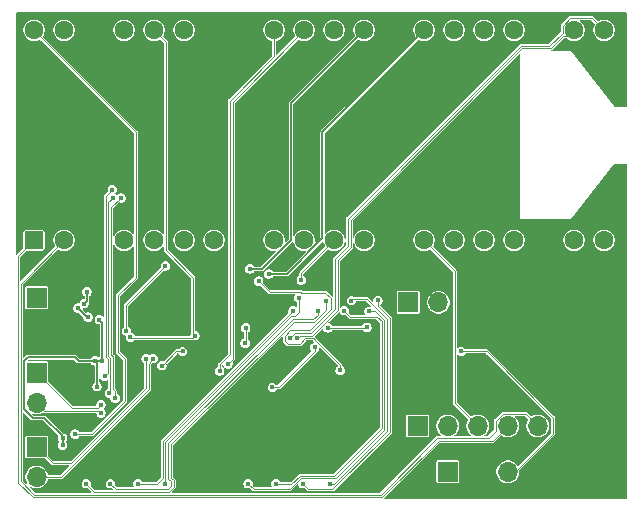
<source format=gbl>
G04 #@! TF.GenerationSoftware,KiCad,Pcbnew,9.0.0*
G04 #@! TF.CreationDate,2025-02-26T09:37:37-05:00*
G04 #@! TF.ProjectId,pico2-test-mule,7069636f-322d-4746-9573-742d6d756c65,v0.2.1*
G04 #@! TF.SameCoordinates,Original*
G04 #@! TF.FileFunction,Copper,L2,Bot*
G04 #@! TF.FilePolarity,Positive*
%FSLAX46Y46*%
G04 Gerber Fmt 4.6, Leading zero omitted, Abs format (unit mm)*
G04 Created by KiCad (PCBNEW 9.0.0) date 2025-02-26 09:37:37*
%MOMM*%
%LPD*%
G01*
G04 APERTURE LIST*
G04 Aperture macros list*
%AMRoundRect*
0 Rectangle with rounded corners*
0 $1 Rounding radius*
0 $2 $3 $4 $5 $6 $7 $8 $9 X,Y pos of 4 corners*
0 Add a 4 corners polygon primitive as box body*
4,1,4,$2,$3,$4,$5,$6,$7,$8,$9,$2,$3,0*
0 Add four circle primitives for the rounded corners*
1,1,$1+$1,$2,$3*
1,1,$1+$1,$4,$5*
1,1,$1+$1,$6,$7*
1,1,$1+$1,$8,$9*
0 Add four rect primitives between the rounded corners*
20,1,$1+$1,$2,$3,$4,$5,0*
20,1,$1+$1,$4,$5,$6,$7,0*
20,1,$1+$1,$6,$7,$8,$9,0*
20,1,$1+$1,$8,$9,$2,$3,0*%
%AMFreePoly0*
4,1,37,0.603843,0.796157,0.639018,0.796157,0.711114,0.766294,0.766294,0.711114,0.796157,0.639018,0.796157,0.603843,0.800000,0.600000,0.800000,-0.600000,0.796157,-0.603843,0.796157,-0.639018,0.766294,-0.711114,0.711114,-0.766294,0.639018,-0.796157,0.603843,-0.796157,0.600000,-0.800000,0.000000,-0.800000,0.000000,-0.796148,-0.078414,-0.796148,-0.232228,-0.765552,-0.377117,-0.705537,
-0.507515,-0.618408,-0.618408,-0.507515,-0.705537,-0.377117,-0.765552,-0.232228,-0.796148,-0.078414,-0.796148,0.078414,-0.765552,0.232228,-0.705537,0.377117,-0.618408,0.507515,-0.507515,0.618408,-0.377117,0.705537,-0.232228,0.765552,-0.078414,0.796148,0.000000,0.796148,0.000000,0.800000,0.600000,0.800000,0.603843,0.796157,0.603843,0.796157,$1*%
%AMFreePoly1*
4,1,37,0.000000,0.796148,0.078414,0.796148,0.232228,0.765552,0.377117,0.705537,0.507515,0.618408,0.618408,0.507515,0.705537,0.377117,0.765552,0.232228,0.796148,0.078414,0.796148,-0.078414,0.765552,-0.232228,0.705537,-0.377117,0.618408,-0.507515,0.507515,-0.618408,0.377117,-0.705537,0.232228,-0.765552,0.078414,-0.796148,0.000000,-0.796148,0.000000,-0.800000,-0.600000,-0.800000,
-0.603843,-0.796157,-0.639018,-0.796157,-0.711114,-0.766294,-0.766294,-0.711114,-0.796157,-0.639018,-0.796157,-0.603843,-0.800000,-0.600000,-0.800000,0.600000,-0.796157,0.603843,-0.796157,0.639018,-0.766294,0.711114,-0.711114,0.766294,-0.639018,0.796157,-0.603843,0.796157,-0.600000,0.800000,0.000000,0.800000,0.000000,0.796148,0.000000,0.796148,$1*%
G04 Aperture macros list end*
G04 #@! TA.AperFunction,ComponentPad*
%ADD10R,1.700000X1.700000*%
G04 #@! TD*
G04 #@! TA.AperFunction,ComponentPad*
%ADD11O,1.700000X1.700000*%
G04 #@! TD*
G04 #@! TA.AperFunction,ComponentPad*
%ADD12RoundRect,0.200000X0.600000X-0.600000X0.600000X0.600000X-0.600000X0.600000X-0.600000X-0.600000X0*%
G04 #@! TD*
G04 #@! TA.AperFunction,ComponentPad*
%ADD13C,1.600000*%
G04 #@! TD*
G04 #@! TA.AperFunction,ComponentPad*
%ADD14FreePoly0,90.000000*%
G04 #@! TD*
G04 #@! TA.AperFunction,ComponentPad*
%ADD15FreePoly1,90.000000*%
G04 #@! TD*
G04 #@! TA.AperFunction,ViaPad*
%ADD16C,0.450000*%
G04 #@! TD*
G04 #@! TA.AperFunction,Conductor*
%ADD17C,0.120000*%
G04 #@! TD*
G04 #@! TA.AperFunction,Conductor*
%ADD18C,0.150000*%
G04 #@! TD*
G04 #@! TA.AperFunction,Conductor*
%ADD19C,0.200000*%
G04 #@! TD*
G04 APERTURE END LIST*
D10*
G04 #@! TO.P,J4,1,Pin_1*
G04 #@! TO.N,VDC*
X36960000Y-39285000D03*
D11*
G04 #@! TO.P,J4,2,Pin_2*
G04 #@! TO.N,GND*
X39500000Y-39285000D03*
G04 #@! TO.P,J4,3,Pin_3*
G04 #@! TO.N,+3.3V*
X42040000Y-39285000D03*
G04 #@! TO.P,J4,4,Pin_4*
G04 #@! TO.N,GND*
X44580000Y-39285000D03*
G04 #@! TD*
D12*
G04 #@! TO.P,U7,1,GP0*
G04 #@! TO.N,/AUX11*
X1932500Y-19690000D03*
D13*
G04 #@! TO.P,U7,2,GP1*
G04 #@! TO.N,/AUX12*
X4472500Y-19690000D03*
D14*
G04 #@! TO.P,U7,3,GND*
G04 #@! TO.N,GND*
X7012500Y-19690000D03*
D13*
G04 #@! TO.P,U7,4,GP2*
G04 #@! TO.N,/GPIO2*
X9552500Y-19690000D03*
G04 #@! TO.P,U7,5,GP3*
G04 #@! TO.N,/GPIO3*
X12092500Y-19690000D03*
G04 #@! TO.P,U7,6,GP4*
G04 #@! TO.N,/GPIO4*
X14632500Y-19690000D03*
G04 #@! TO.P,U7,7,GP5*
G04 #@! TO.N,/GPIO5*
X17172500Y-19690000D03*
D14*
G04 #@! TO.P,U7,8,GND*
G04 #@! TO.N,GND*
X19712500Y-19690000D03*
D13*
G04 #@! TO.P,U7,9,GP6*
G04 #@! TO.N,/GPIO6*
X22252500Y-19690000D03*
G04 #@! TO.P,U7,10,GP7*
G04 #@! TO.N,/GPIO7*
X24792500Y-19690000D03*
G04 #@! TO.P,U7,11,GP8*
G04 #@! TO.N,/GPIO8*
X27332500Y-19690000D03*
G04 #@! TO.P,U7,12,GP9*
G04 #@! TO.N,/GPIO9*
X29872500Y-19690000D03*
D14*
G04 #@! TO.P,U7,13,GND*
G04 #@! TO.N,GND*
X32412500Y-19690000D03*
D13*
G04 #@! TO.P,U7,14,GP10*
G04 #@! TO.N,/AUX10*
X34952500Y-19690000D03*
G04 #@! TO.P,U7,15,GP11*
G04 #@! TO.N,/RC_TX*
X37492500Y-19690000D03*
G04 #@! TO.P,U7,16,GP12*
G04 #@! TO.N,unconnected-(U7-GP12-Pad16)*
X40032500Y-19690000D03*
G04 #@! TO.P,U7,17,GP13*
G04 #@! TO.N,/AUX4*
X42572500Y-19690000D03*
D14*
G04 #@! TO.P,U7,18,GND*
G04 #@! TO.N,GND*
X45112500Y-19690000D03*
D13*
G04 #@! TO.P,U7,19,GP14*
G04 #@! TO.N,/AUX3*
X47652500Y-19690000D03*
G04 #@! TO.P,U7,20,GP15*
G04 #@! TO.N,unconnected-(U7-GP15-Pad20)*
X50192500Y-19690000D03*
G04 #@! TO.P,U7,21,GP16*
G04 #@! TO.N,/GPIO16*
X50192500Y-1910000D03*
G04 #@! TO.P,U7,22,GP17*
G04 #@! TO.N,/GPIO17*
X47652500Y-1910000D03*
D15*
G04 #@! TO.P,U7,23,GND*
G04 #@! TO.N,GND*
X45112500Y-1910000D03*
D13*
G04 #@! TO.P,U7,24,GP18*
G04 #@! TO.N,/I2S_DIN*
X42572500Y-1910000D03*
G04 #@! TO.P,U7,25,GP19*
G04 #@! TO.N,/I2S_BCLK*
X40032500Y-1910000D03*
G04 #@! TO.P,U7,26,GP20*
G04 #@! TO.N,/I2S_LRCLK*
X37492500Y-1910000D03*
G04 #@! TO.P,U7,27,GP21*
G04 #@! TO.N,/CAP_ENABLE*
X34952500Y-1910000D03*
D15*
G04 #@! TO.P,U7,28,GND*
G04 #@! TO.N,GND*
X32412500Y-1910000D03*
D13*
G04 #@! TO.P,U7,29,GP22*
G04 #@! TO.N,/DCC_TTL*
X29872500Y-1910000D03*
G04 #@! TO.P,U7,30,RUN*
G04 #@! TO.N,unconnected-(U7-RUN-Pad30)*
X27332500Y-1910000D03*
G04 #@! TO.P,U7,31,GP26*
G04 #@! TO.N,/ADC_EMF_A*
X24792500Y-1910000D03*
G04 #@! TO.P,U7,32,GP27*
G04 #@! TO.N,/ADC_EMF_B*
X22252500Y-1910000D03*
D15*
G04 #@! TO.P,U7,33,GND*
G04 #@! TO.N,GND*
X19712500Y-1910000D03*
D13*
G04 #@! TO.P,U7,34,GP28*
X17172500Y-1910000D03*
G04 #@! TO.P,U7,35,ADC_VREF*
G04 #@! TO.N,unconnected-(U7-ADC_VREF-Pad35)*
X14632500Y-1910000D03*
G04 #@! TO.P,U7,36,3V3(OUT)*
G04 #@! TO.N,+3.3V*
X12092500Y-1910000D03*
G04 #@! TO.P,U7,37,3V3_EN*
G04 #@! TO.N,unconnected-(U7-3V3_EN-Pad37)*
X9552500Y-1910000D03*
D15*
G04 #@! TO.P,U7,38,GND*
G04 #@! TO.N,GND*
X7012500Y-1910000D03*
D13*
G04 #@! TO.P,U7,39,VSYS*
G04 #@! TO.N,unconnected-(U7-VSYS-Pad39)*
X4472500Y-1910000D03*
G04 #@! TO.P,U7,40,VBUS*
G04 #@! TO.N,+5V*
X1932500Y-1910000D03*
G04 #@! TD*
D10*
G04 #@! TO.P,J2,1,Pin_1*
G04 #@! TO.N,/SPEAKER_N*
X2150000Y-37200000D03*
D11*
G04 #@! TO.P,J2,2,Pin_2*
G04 #@! TO.N,/SPEAKER_P*
X2150000Y-39740000D03*
G04 #@! TD*
D10*
G04 #@! TO.P,J6,1,Pin_1*
G04 #@! TO.N,/TRACK_LEFT*
X2150000Y-30900000D03*
D11*
G04 #@! TO.P,J6,2,Pin_2*
G04 #@! TO.N,/TRACK_RIGHT*
X2150000Y-33440000D03*
G04 #@! TD*
D10*
G04 #@! TO.P,J8,1,Pin_1*
G04 #@! TO.N,/MOTOR_A*
X33625000Y-24950000D03*
D11*
G04 #@! TO.P,J8,2,Pin_2*
G04 #@! TO.N,/MOTOR_B*
X36165000Y-24950000D03*
G04 #@! TD*
D10*
G04 #@! TO.P,J7,1,Pin_1*
G04 #@! TO.N,/AUX3*
X34410000Y-35400000D03*
D11*
G04 #@! TO.P,J7,2,Pin_2*
G04 #@! TO.N,/AUX4*
X36950000Y-35400000D03*
G04 #@! TO.P,J7,3,Pin_3*
G04 #@! TO.N,/AUX10*
X39490000Y-35400000D03*
G04 #@! TO.P,J7,4,Pin_4*
G04 #@! TO.N,/AUX11*
X42030000Y-35400000D03*
G04 #@! TO.P,J7,5,Pin_5*
G04 #@! TO.N,/AUX12*
X44570000Y-35400000D03*
G04 #@! TD*
D10*
G04 #@! TO.P,J5,1,Pin_1*
G04 #@! TO.N,/CAP+*
X2150000Y-24550000D03*
D11*
G04 #@! TO.P,J5,2,Pin_2*
G04 #@! TO.N,GND*
X2150000Y-27090000D03*
G04 #@! TD*
D16*
G04 #@! TO.N,GND*
X28350000Y-22600000D03*
X24200000Y-29000000D03*
X13750000Y-21900000D03*
X26450000Y-22600000D03*
X12950000Y-35200000D03*
X28400000Y-34750000D03*
X24900000Y-29050000D03*
X28600000Y-30700000D03*
X19400000Y-22050000D03*
X25250000Y-23500000D03*
X23050000Y-22050000D03*
X30350000Y-22600000D03*
X18900000Y-34850000D03*
X15850000Y-27100000D03*
X16650000Y-27100000D03*
X22350000Y-34850000D03*
G04 #@! TO.N,+3.3V*
X19800000Y-28400000D03*
X19850000Y-27100000D03*
X15550000Y-27750000D03*
X38100000Y-29100000D03*
X26800000Y-27100000D03*
X30100000Y-27050000D03*
X12750000Y-30300000D03*
X14500000Y-29100000D03*
X10085000Y-27885000D03*
G04 #@! TO.N,/CAP_VDC*
X6500000Y-26200000D03*
X5649998Y-25425002D03*
G04 #@! TO.N,/LAMP_FRONT*
X6350000Y-40300000D03*
X26634771Y-24800000D03*
G04 #@! TO.N,/LAMP_REAR*
X8400000Y-40300000D03*
X25934771Y-25650000D03*
G04 #@! TO.N,/SPEAKER_P*
X12025003Y-29700000D03*
G04 #@! TO.N,/SPEAKER_N*
X11400000Y-29700000D03*
G04 #@! TO.N,VDC*
X7450000Y-26400000D03*
X7256561Y-32071779D03*
X4350000Y-36424997D03*
X7700000Y-29900000D03*
X7107500Y-29892500D03*
X4350000Y-37050000D03*
G04 #@! TO.N,/TRACK_RIGHT*
X7600000Y-34300000D03*
G04 #@! TO.N,/TRACK_LEFT*
X7600000Y-33600000D03*
G04 #@! TO.N,/MOTOR_B*
X22100000Y-32150000D03*
X25700000Y-28750000D03*
G04 #@! TO.N,+5V*
X5400000Y-36100000D03*
G04 #@! TO.N,Net-(Q1A-G1)*
X27850000Y-30700000D03*
X20950000Y-23150000D03*
G04 #@! TO.N,/ADC_EMF_A*
X18350000Y-30150000D03*
G04 #@! TO.N,/ADC_EMF_B*
X17650000Y-30750000D03*
G04 #@! TO.N,/I2S_LRCLK*
X7900000Y-31200000D03*
X8550000Y-15400000D03*
G04 #@! TO.N,/CAP_ENABLE*
X21800000Y-22550000D03*
X6150000Y-25050000D03*
X6400000Y-24050000D03*
G04 #@! TO.N,/I2S_DIN*
X8800000Y-33050000D03*
X9280000Y-16100000D03*
G04 #@! TO.N,/GPIO8*
X24550269Y-23049731D03*
G04 #@! TO.N,/I2S_BCLK*
X8300000Y-32650000D03*
X8600000Y-16100000D03*
G04 #@! TO.N,/DCC_TTL*
X20200000Y-22100000D03*
G04 #@! TO.N,Net-(Q1B-G2)*
X13050000Y-21850000D03*
X9750000Y-27350000D03*
G04 #@! TO.N,/AUX2 (VDC)*
X24350000Y-24550000D03*
X13050000Y-40300000D03*
G04 #@! TO.N,/AUX1 (VDC)*
X23850000Y-25650000D03*
X10700000Y-40300000D03*
G04 #@! TO.N,/AUX8 (VDC)*
X28800000Y-24800000D03*
X27000000Y-40300000D03*
G04 #@! TO.N,/AUX6 (VDC)*
X22400000Y-40300000D03*
X28200000Y-25650000D03*
G04 #@! TO.N,/AUX5 (VDC)*
X20050000Y-40300000D03*
X30300000Y-25700000D03*
G04 #@! TO.N,/AUX7 (VDC)*
X31032867Y-24784771D03*
X24700000Y-40300000D03*
G04 #@! TO.N,/GPIO16*
X23600000Y-28000000D03*
G04 #@! TO.N,/GPIO17*
X24225003Y-28000000D03*
G04 #@! TD*
D17*
G04 #@! TO.N,+3.3V*
X45850000Y-36100000D02*
X42665000Y-39285000D01*
X12750000Y-30300000D02*
X13950000Y-29100000D01*
X19800000Y-28400000D02*
X19850000Y-28350000D01*
X15390000Y-22840000D02*
X15390000Y-27590000D01*
X10150000Y-27950000D02*
X10085000Y-27885000D01*
X45850000Y-34700000D02*
X45850000Y-36100000D01*
X38100000Y-29100000D02*
X40250000Y-29100000D01*
X13950000Y-29100000D02*
X14500000Y-29100000D01*
X15390000Y-27590000D02*
X15550000Y-27750000D01*
X26800000Y-27100000D02*
X30050000Y-27100000D01*
X19850000Y-28350000D02*
X19850000Y-27100000D01*
X30050000Y-27100000D02*
X30100000Y-27050000D01*
X12092500Y-1910000D02*
X13062500Y-2880000D01*
X15350000Y-27950000D02*
X10150000Y-27950000D01*
X15550000Y-27750000D02*
X15350000Y-27950000D01*
X13062500Y-20512500D02*
X15390000Y-22840000D01*
X13062500Y-2880000D02*
X13062500Y-20512500D01*
X40250000Y-29100000D02*
X45850000Y-34700000D01*
D18*
G04 #@! TO.N,/CAP_VDC*
X6400000Y-26200000D02*
X6500000Y-26200000D01*
X5649998Y-25425002D02*
X5649998Y-25449998D01*
X5649998Y-25449998D02*
X6400000Y-26200000D01*
D17*
G04 #@! TO.N,/LAMP_FRONT*
X6350000Y-40300000D02*
X7040000Y-40990000D01*
X25665310Y-26570000D02*
X26634771Y-25600539D01*
X13740000Y-40014192D02*
X13510000Y-39784192D01*
X7040000Y-40990000D02*
X13335809Y-40990000D01*
X13510000Y-39784192D02*
X13510000Y-36965810D01*
X23905810Y-26570000D02*
X25665310Y-26570000D01*
X13335809Y-40990000D02*
X13740000Y-40585809D01*
X13740000Y-40585809D02*
X13740000Y-40014192D01*
X13510000Y-36965810D02*
X23905810Y-26570000D01*
X26634771Y-25600539D02*
X26634771Y-24800000D01*
G04 #@! TO.N,/LAMP_REAR*
X13510000Y-40109461D02*
X13280000Y-39879461D01*
X13510000Y-40490539D02*
X13510000Y-40109461D01*
X13240539Y-40760000D02*
X13510000Y-40490539D01*
X13280000Y-36870540D02*
X23810540Y-26340000D01*
X25934771Y-25975269D02*
X25934771Y-25650000D01*
X23810540Y-26340000D02*
X25570040Y-26340000D01*
X13280000Y-39879461D02*
X13280000Y-36870540D01*
X8400000Y-40300000D02*
X8860000Y-40760000D01*
X25570040Y-26340000D02*
X25934771Y-25975269D01*
X8860000Y-40760000D02*
X13240539Y-40760000D01*
G04 #@! TO.N,/SPEAKER_P*
X11860000Y-29890539D02*
X11630000Y-30120539D01*
X11630000Y-32320000D02*
X4210000Y-39740000D01*
X12025003Y-29700000D02*
X11860000Y-29865003D01*
X11630000Y-30120539D02*
X11630000Y-32320000D01*
X4210000Y-39740000D02*
X2150000Y-39740000D01*
X11860000Y-29865003D02*
X11860000Y-29890539D01*
G04 #@! TO.N,/SPEAKER_N*
X3500000Y-38550000D02*
X5074730Y-38550000D01*
X11400000Y-32224730D02*
X11400000Y-29700000D01*
X5074730Y-38550000D02*
X11400000Y-32224730D01*
X2150000Y-37200000D02*
X3500000Y-38550000D01*
D18*
G04 #@! TO.N,VDC*
X7692500Y-29892500D02*
X7700000Y-29900000D01*
D19*
X7107500Y-29892500D02*
X7115000Y-29900000D01*
D18*
X2800000Y-34750000D02*
X1800000Y-34750000D01*
X5400000Y-29600000D02*
X5692500Y-29892500D01*
X1380000Y-29600000D02*
X5400000Y-29600000D01*
D19*
X7700000Y-26650000D02*
X7450000Y-26400000D01*
D18*
X4350000Y-36300000D02*
X2800000Y-34750000D01*
D19*
X7700000Y-29900000D02*
X7700000Y-26650000D01*
D18*
X1050000Y-29930000D02*
X1380000Y-29600000D01*
X5692500Y-29892500D02*
X7692500Y-29892500D01*
X4350000Y-37050000D02*
X4350000Y-36300000D01*
X1050000Y-34000000D02*
X1050000Y-29930000D01*
D19*
X7115000Y-29900000D02*
X7700000Y-29900000D01*
X7256561Y-30041561D02*
X7256561Y-32071779D01*
D18*
X1800000Y-34750000D02*
X1050000Y-34000000D01*
D19*
X7107500Y-29892500D02*
X7256561Y-30041561D01*
D17*
G04 #@! TO.N,/TRACK_RIGHT*
X7600000Y-34300000D02*
X7400000Y-34100000D01*
X2810000Y-34100000D02*
X2150000Y-33440000D01*
X7400000Y-34100000D02*
X2810000Y-34100000D01*
G04 #@! TO.N,/TRACK_LEFT*
X7330000Y-33870000D02*
X5120000Y-33870000D01*
X5120000Y-33870000D02*
X2150000Y-30900000D01*
X7600000Y-33600000D02*
X7330000Y-33870000D01*
G04 #@! TO.N,/AUX12*
X41010000Y-34977502D02*
X41607502Y-34380000D01*
X4472500Y-19690000D02*
X805000Y-23357500D01*
X40412498Y-36420000D02*
X41010000Y-35822498D01*
X43550000Y-34380000D02*
X44570000Y-35400000D01*
X41010000Y-35822498D02*
X41010000Y-34977502D01*
X31280000Y-41220000D02*
X36080000Y-36420000D01*
X1920000Y-41220000D02*
X31280000Y-41220000D01*
X805000Y-40105000D02*
X1920000Y-41220000D01*
X36080000Y-36420000D02*
X40412498Y-36420000D01*
X805000Y-23357500D02*
X805000Y-40105000D01*
X41607502Y-34380000D02*
X43550000Y-34380000D01*
G04 #@! TO.N,/AUX11*
X40780000Y-36650000D02*
X36175270Y-36650000D01*
X42030000Y-35400000D02*
X40780000Y-36650000D01*
X36175270Y-36650000D02*
X31375270Y-41450000D01*
X575000Y-21047500D02*
X1932500Y-19690000D01*
X1824730Y-41450000D02*
X575000Y-40200270D01*
X575000Y-40200270D02*
X575000Y-21047500D01*
X31375270Y-41450000D02*
X1824730Y-41450000D01*
G04 #@! TO.N,/AUX10*
X37550000Y-33460000D02*
X39490000Y-35400000D01*
X37550000Y-22287500D02*
X37550000Y-33460000D01*
X34952500Y-19690000D02*
X37550000Y-22287500D01*
G04 #@! TO.N,/MOTOR_B*
X22150000Y-32100000D02*
X22650000Y-32100000D01*
X22100000Y-32150000D02*
X22150000Y-32100000D01*
X22650000Y-32100000D02*
X25700000Y-29050000D01*
X25700000Y-29050000D02*
X25700000Y-28750000D01*
G04 #@! TO.N,+5V*
X9050000Y-24350000D02*
X9050000Y-29150000D01*
X9650000Y-33300000D02*
X6850000Y-36100000D01*
X9650000Y-29750000D02*
X9650000Y-33300000D01*
X6850000Y-36100000D02*
X5400000Y-36100000D01*
X10522500Y-10500000D02*
X10522500Y-22877500D01*
X1932500Y-1910000D02*
X10522500Y-10500000D01*
X10522500Y-22877500D02*
X9050000Y-24350000D01*
X9050000Y-29150000D02*
X9650000Y-29750000D01*
G04 #@! TO.N,Net-(Q1A-G1)*
X23140000Y-28190539D02*
X23409461Y-28460000D01*
X23409461Y-28460000D02*
X24440000Y-28460000D01*
X26595310Y-24110000D02*
X27094771Y-24609461D01*
X23140000Y-27809461D02*
X23140000Y-28190539D01*
X24560539Y-24110000D02*
X26595310Y-24110000D01*
X27094771Y-25504150D02*
X25288921Y-27310000D01*
X21890000Y-24090000D02*
X24540539Y-24090000D01*
X25600540Y-28000000D02*
X25750270Y-28149730D01*
X27850000Y-30249461D02*
X27850000Y-30700000D01*
X23639461Y-27310000D02*
X23140000Y-27809461D01*
X20950000Y-23150000D02*
X21890000Y-24090000D01*
X25750270Y-28149730D02*
X27850000Y-30249461D01*
X24540539Y-24090000D02*
X24560539Y-24110000D01*
X24900000Y-28000000D02*
X25600540Y-28000000D01*
X24440000Y-28460000D02*
X24900000Y-28000000D01*
X27094771Y-24609461D02*
X27094771Y-25504150D01*
X25288921Y-27310000D02*
X23639461Y-27310000D01*
G04 #@! TO.N,/ADC_EMF_A*
X18732469Y-29767531D02*
X18732469Y-7970031D01*
X18350000Y-30150000D02*
X18732469Y-29767531D01*
X18732469Y-7970031D02*
X24792500Y-1910000D01*
G04 #@! TO.N,/ADC_EMF_B*
X22252500Y-4124730D02*
X22252500Y-1910000D01*
X18502469Y-29346992D02*
X18502469Y-7874761D01*
X17650000Y-30199461D02*
X18502469Y-29346992D01*
X18502469Y-7874761D02*
X22252500Y-4124730D01*
X17650000Y-30750000D02*
X17650000Y-30199461D01*
G04 #@! TO.N,/I2S_LRCLK*
X8000000Y-29549461D02*
X8160000Y-29709461D01*
X8550000Y-15400000D02*
X8000000Y-15950000D01*
X8000000Y-15950000D02*
X8000000Y-29549461D01*
X8160000Y-30940000D02*
X7900000Y-31200000D01*
X8160000Y-29709461D02*
X8160000Y-30940000D01*
D18*
G04 #@! TO.N,/CAP_ENABLE*
X21800000Y-22550000D02*
X23325501Y-22550000D01*
X6400000Y-24050000D02*
X6400000Y-24800000D01*
X23325501Y-22550000D02*
X26347500Y-19528001D01*
X6400000Y-24800000D02*
X6150000Y-25050000D01*
X26347500Y-19528001D02*
X26347500Y-10515000D01*
X26347500Y-10515000D02*
X34952500Y-1910000D01*
D17*
G04 #@! TO.N,/I2S_DIN*
X8675270Y-32925270D02*
X8800000Y-33050000D01*
X8460000Y-29358922D02*
X8620000Y-29518922D01*
X8760000Y-32840539D02*
X8675270Y-32925270D01*
X9280000Y-16100000D02*
X9250539Y-16100000D01*
X9250539Y-16100000D02*
X8460000Y-16890539D01*
X8760000Y-32459461D02*
X8760000Y-32840539D01*
X8620000Y-32319461D02*
X8760000Y-32459461D01*
X8620000Y-29518922D02*
X8620000Y-32319461D01*
X8460000Y-16890539D02*
X8460000Y-29358922D01*
G04 #@! TO.N,/GPIO8*
X24550269Y-22472231D02*
X27332500Y-19690000D01*
X24550269Y-23049731D02*
X24550269Y-22472231D01*
G04 #@! TO.N,/I2S_BCLK*
X8230000Y-29454192D02*
X8390000Y-29614192D01*
X8600000Y-16100000D02*
X8230000Y-16470000D01*
X8230000Y-16470000D02*
X8230000Y-29454192D01*
X8390000Y-32560000D02*
X8390000Y-29614192D01*
X8300000Y-32650000D02*
X8390000Y-32560000D01*
D18*
G04 #@! TO.N,/DCC_TTL*
X23700000Y-19635501D02*
X23700000Y-8082500D01*
X23700000Y-8082500D02*
X29872500Y-1910000D01*
X21235501Y-22100000D02*
X23700000Y-19635501D01*
X20200000Y-22100000D02*
X21235501Y-22100000D01*
D17*
G04 #@! TO.N,Net-(Q1B-G2)*
X13050000Y-21850000D02*
X9750000Y-25150000D01*
X9750000Y-25150000D02*
X9750000Y-27350000D01*
G04 #@! TO.N,/AUX2 (VDC)*
X23715270Y-26110000D02*
X24040539Y-26110000D01*
X24040539Y-26110000D02*
X24350000Y-25800539D01*
X13050000Y-40300000D02*
X13050000Y-36775270D01*
X13050000Y-36775270D02*
X23715270Y-26110000D01*
X24350000Y-25800539D02*
X24350000Y-24550000D01*
G04 #@! TO.N,/AUX1 (VDC)*
X12300000Y-40300000D02*
X12820000Y-39780000D01*
X10700000Y-40300000D02*
X12300000Y-40300000D01*
X12820000Y-36680000D02*
X23850000Y-25650000D01*
X12820000Y-39780000D02*
X12820000Y-36680000D01*
G04 #@! TO.N,/AUX8 (VDC)*
X27325269Y-40300000D02*
X27000000Y-40300000D01*
X28800000Y-24800000D02*
X28910000Y-24690000D01*
X28910000Y-24690000D02*
X30140539Y-24690000D01*
X31820000Y-26369460D02*
X31820000Y-35805269D01*
X31820000Y-35805269D02*
X27325269Y-40300000D01*
X30140539Y-24690000D02*
X31820000Y-26369460D01*
G04 #@! TO.N,/AUX6 (VDC)*
X31360000Y-26560000D02*
X31360000Y-35614729D01*
X28710000Y-26160000D02*
X30960000Y-26160000D01*
X31360000Y-35614729D02*
X27364729Y-39610000D01*
X27364729Y-39610000D02*
X24414190Y-39610000D01*
X23724190Y-40300000D02*
X22400000Y-40300000D01*
X28200000Y-25650000D02*
X28710000Y-26160000D01*
X30960000Y-26160000D02*
X31360000Y-26560000D01*
X24414190Y-39610000D02*
X23724190Y-40300000D01*
G04 #@! TO.N,/AUX5 (VDC)*
X31590000Y-35709999D02*
X27459999Y-39840000D01*
X20510000Y-40760000D02*
X20050000Y-40300000D01*
X23589460Y-40760000D02*
X20510000Y-40760000D01*
X24509460Y-39840000D02*
X23589460Y-40760000D01*
X31590000Y-26464730D02*
X31590000Y-35709999D01*
X30300000Y-25700000D02*
X30825270Y-25700000D01*
X27459999Y-39840000D02*
X24509460Y-39840000D01*
X30825270Y-25700000D02*
X31590000Y-26464730D01*
G04 #@! TO.N,/AUX7 (VDC)*
X32050000Y-35900539D02*
X32050000Y-26274190D01*
X31032867Y-25257057D02*
X31032867Y-24784771D01*
X27190539Y-40760000D02*
X32050000Y-35900539D01*
X24700000Y-40300000D02*
X25160000Y-40760000D01*
X25160000Y-40760000D02*
X27190539Y-40760000D01*
X32050000Y-26274190D02*
X31032867Y-25257057D01*
G04 #@! TO.N,/GPIO16*
X27420000Y-21280000D02*
X28500000Y-20200000D01*
X24034464Y-27540000D02*
X25384191Y-27540000D01*
X49182500Y-900000D02*
X50192500Y-1910000D01*
X46682500Y-1508212D02*
X47290712Y-900000D01*
X43132376Y-3220000D02*
X45562500Y-3220000D01*
X47290712Y-900000D02*
X49182500Y-900000D01*
X23600000Y-28000000D02*
X23600000Y-27974464D01*
X28500000Y-20200000D02*
X28500000Y-17852376D01*
X28500000Y-17852376D02*
X43132376Y-3220000D01*
X23600000Y-27974464D02*
X24034464Y-27540000D01*
X45562500Y-3220000D02*
X46682500Y-2100000D01*
X25384191Y-27540000D02*
X27420000Y-25504191D01*
X46682500Y-2100000D02*
X46682500Y-1508212D01*
X27420000Y-25504191D02*
X27420000Y-21280000D01*
G04 #@! TO.N,/GPIO17*
X28730000Y-17947646D02*
X28730000Y-20295270D01*
X24455003Y-27770000D02*
X24225003Y-28000000D01*
X27650000Y-25599461D02*
X25479461Y-27770000D01*
X43227646Y-3450000D02*
X28730000Y-17947646D01*
X45657770Y-3450000D02*
X43227646Y-3450000D01*
X28730000Y-20295270D02*
X27650000Y-21375270D01*
X47184730Y-2377770D02*
X46730000Y-2377770D01*
X46730000Y-2377770D02*
X45657770Y-3450000D01*
X25479461Y-27770000D02*
X24455003Y-27770000D01*
X27650000Y-21375270D02*
X27650000Y-25599461D01*
G04 #@! TD*
G04 #@! TA.AperFunction,Conductor*
G04 #@! TO.N,GND*
G36*
X43048148Y-3939917D02*
G01*
X43062500Y-3974565D01*
X43062500Y-17900000D01*
X47402394Y-17900000D01*
X47402395Y-17900000D01*
X51037682Y-13218944D01*
X51070268Y-13200383D01*
X51076382Y-13200000D01*
X52050500Y-13200000D01*
X52085148Y-13214352D01*
X52099500Y-13249000D01*
X52099500Y-41550500D01*
X52085148Y-41585148D01*
X52050500Y-41599500D01*
X31585190Y-41599500D01*
X31550542Y-41585148D01*
X31536190Y-41550500D01*
X31550542Y-41515852D01*
X34642277Y-38424116D01*
X35999500Y-38424116D01*
X35999500Y-40145884D01*
X36003572Y-40166355D01*
X36005911Y-40178115D01*
X36030333Y-40214666D01*
X36054756Y-40230984D01*
X36066885Y-40239089D01*
X36099116Y-40245500D01*
X36099119Y-40245500D01*
X37820881Y-40245500D01*
X37820884Y-40245500D01*
X37853115Y-40239089D01*
X37889666Y-40214666D01*
X37914089Y-40178115D01*
X37920500Y-40145884D01*
X37920500Y-38424116D01*
X37914089Y-38391885D01*
X37896224Y-38365148D01*
X37889666Y-38355333D01*
X37853115Y-38330911D01*
X37820884Y-38324500D01*
X36099116Y-38324500D01*
X36074942Y-38329308D01*
X36066884Y-38330911D01*
X36030333Y-38355333D01*
X36005911Y-38391884D01*
X36005911Y-38391885D01*
X35999500Y-38424116D01*
X34642277Y-38424116D01*
X34679332Y-38387061D01*
X36231541Y-36834852D01*
X36266189Y-36820500D01*
X40813913Y-36820500D01*
X40813915Y-36820500D01*
X40876580Y-36794543D01*
X41453626Y-36217495D01*
X41488273Y-36203144D01*
X41515493Y-36211401D01*
X41575033Y-36251184D01*
X41749833Y-36323588D01*
X41935399Y-36360500D01*
X42124601Y-36360500D01*
X42310167Y-36323588D01*
X42484967Y-36251184D01*
X42642283Y-36146069D01*
X42776069Y-36012283D01*
X42881184Y-35854967D01*
X42953588Y-35680167D01*
X42990500Y-35494601D01*
X42990500Y-35305399D01*
X42953588Y-35119833D01*
X42881184Y-34945033D01*
X42776069Y-34787717D01*
X42642283Y-34653931D01*
X42621796Y-34640242D01*
X42600961Y-34609059D01*
X42608277Y-34572277D01*
X42639460Y-34551442D01*
X42649019Y-34550500D01*
X43459081Y-34550500D01*
X43493729Y-34564852D01*
X43752502Y-34823625D01*
X43766854Y-34858273D01*
X43758596Y-34885495D01*
X43718817Y-34945029D01*
X43646412Y-35119831D01*
X43646410Y-35119840D01*
X43609500Y-35305395D01*
X43609500Y-35494604D01*
X43646410Y-35680159D01*
X43646412Y-35680168D01*
X43665725Y-35726793D01*
X43718816Y-35854967D01*
X43823931Y-36012283D01*
X43957717Y-36146069D01*
X44115033Y-36251184D01*
X44289833Y-36323588D01*
X44475399Y-36360500D01*
X44664601Y-36360500D01*
X44850167Y-36323588D01*
X45024967Y-36251184D01*
X45182283Y-36146069D01*
X45316069Y-36012283D01*
X45421184Y-35854967D01*
X45493588Y-35680167D01*
X45530500Y-35494601D01*
X45530500Y-35305399D01*
X45493588Y-35119833D01*
X45421184Y-34945033D01*
X45316069Y-34787717D01*
X45182283Y-34653931D01*
X45024967Y-34548816D01*
X45024964Y-34548814D01*
X45024963Y-34548814D01*
X44850168Y-34476412D01*
X44850159Y-34476410D01*
X44664604Y-34439500D01*
X44664601Y-34439500D01*
X44475399Y-34439500D01*
X44475395Y-34439500D01*
X44289840Y-34476410D01*
X44289831Y-34476412D01*
X44115029Y-34548817D01*
X44055495Y-34588596D01*
X44018713Y-34595912D01*
X43993625Y-34582502D01*
X43646582Y-34235458D01*
X43583916Y-34209500D01*
X43583915Y-34209500D01*
X41573587Y-34209500D01*
X41573585Y-34209500D01*
X41510920Y-34235458D01*
X41510919Y-34235458D01*
X41045880Y-34700499D01*
X40913420Y-34832959D01*
X40894319Y-34852060D01*
X40865457Y-34880921D01*
X40839500Y-34943585D01*
X40839500Y-35731579D01*
X40825148Y-35766227D01*
X40356227Y-36235148D01*
X40321579Y-36249500D01*
X40109019Y-36249500D01*
X40074371Y-36235148D01*
X40060019Y-36200500D01*
X40074371Y-36165852D01*
X40081796Y-36159758D01*
X40092314Y-36152730D01*
X40102283Y-36146069D01*
X40236069Y-36012283D01*
X40341184Y-35854967D01*
X40413588Y-35680167D01*
X40450500Y-35494601D01*
X40450500Y-35305399D01*
X40413588Y-35119833D01*
X40341184Y-34945033D01*
X40236069Y-34787717D01*
X40102283Y-34653931D01*
X39944967Y-34548816D01*
X39944964Y-34548814D01*
X39944963Y-34548814D01*
X39770168Y-34476412D01*
X39770159Y-34476410D01*
X39584604Y-34439500D01*
X39584601Y-34439500D01*
X39395399Y-34439500D01*
X39395395Y-34439500D01*
X39209840Y-34476410D01*
X39209831Y-34476412D01*
X39035029Y-34548817D01*
X38975495Y-34588596D01*
X38938713Y-34595912D01*
X38913625Y-34582502D01*
X37734852Y-33403729D01*
X37720500Y-33369081D01*
X37720500Y-29405189D01*
X37734852Y-29370541D01*
X37769500Y-29356189D01*
X37804148Y-29370541D01*
X37854087Y-29420480D01*
X37872383Y-29431043D01*
X37945410Y-29473206D01*
X37945412Y-29473206D01*
X37945413Y-29473207D01*
X38015550Y-29492000D01*
X38047269Y-29500499D01*
X38047270Y-29500500D01*
X38047273Y-29500500D01*
X38152730Y-29500500D01*
X38152730Y-29500499D01*
X38254587Y-29473207D01*
X38345913Y-29420480D01*
X38420480Y-29345913D01*
X38449875Y-29295000D01*
X38479628Y-29272170D01*
X38492310Y-29270500D01*
X40159081Y-29270500D01*
X40193729Y-29284852D01*
X45665148Y-34756271D01*
X45679500Y-34790919D01*
X45679500Y-36009080D01*
X45665148Y-36043728D01*
X42928459Y-38780416D01*
X42893811Y-38794768D01*
X42859163Y-38780416D01*
X42853074Y-38772997D01*
X42786069Y-38672717D01*
X42652283Y-38538931D01*
X42494967Y-38433816D01*
X42494964Y-38433814D01*
X42494963Y-38433814D01*
X42320168Y-38361412D01*
X42320159Y-38361410D01*
X42134604Y-38324500D01*
X42134601Y-38324500D01*
X41945399Y-38324500D01*
X41945395Y-38324500D01*
X41759840Y-38361410D01*
X41759831Y-38361412D01*
X41585036Y-38433814D01*
X41427717Y-38538930D01*
X41293930Y-38672717D01*
X41188814Y-38830036D01*
X41116412Y-39004831D01*
X41116410Y-39004840D01*
X41079500Y-39190395D01*
X41079500Y-39379604D01*
X41116410Y-39565159D01*
X41116412Y-39565168D01*
X41182090Y-39723729D01*
X41188816Y-39739967D01*
X41252048Y-39834601D01*
X41275466Y-39869649D01*
X41293931Y-39897283D01*
X41427717Y-40031069D01*
X41585033Y-40136184D01*
X41759833Y-40208588D01*
X41945399Y-40245500D01*
X42134601Y-40245500D01*
X42320167Y-40208588D01*
X42494967Y-40136184D01*
X42652283Y-40031069D01*
X42786069Y-39897283D01*
X42891184Y-39739967D01*
X42963588Y-39565167D01*
X43000500Y-39379601D01*
X43000500Y-39210919D01*
X43014852Y-39176271D01*
X45994541Y-36196582D01*
X45994543Y-36196580D01*
X46020500Y-36133915D01*
X46020500Y-36066085D01*
X46020500Y-34666085D01*
X45994543Y-34603420D01*
X45946580Y-34555457D01*
X43167915Y-31776792D01*
X40346582Y-28955458D01*
X40283916Y-28929500D01*
X40283915Y-28929500D01*
X38492310Y-28929500D01*
X38457662Y-28915148D01*
X38449875Y-28905000D01*
X38420479Y-28854086D01*
X38345913Y-28779520D01*
X38254589Y-28726793D01*
X38254585Y-28726792D01*
X38152730Y-28699500D01*
X38152727Y-28699500D01*
X38047273Y-28699500D01*
X38047270Y-28699500D01*
X37945414Y-28726792D01*
X37945410Y-28726793D01*
X37854086Y-28779520D01*
X37854086Y-28779521D01*
X37804148Y-28829459D01*
X37769500Y-28843811D01*
X37734852Y-28829459D01*
X37720500Y-28794811D01*
X37720500Y-22253587D01*
X37720499Y-22253583D01*
X37719222Y-22250499D01*
X37694543Y-22190920D01*
X37646580Y-22142957D01*
X35733949Y-20230326D01*
X35719597Y-20195678D01*
X35727853Y-20168457D01*
X35759375Y-20121284D01*
X35828010Y-19955583D01*
X35863000Y-19779676D01*
X35863000Y-19600324D01*
X35862999Y-19600318D01*
X36582000Y-19600318D01*
X36582000Y-19779681D01*
X36616987Y-19955573D01*
X36616990Y-19955584D01*
X36680570Y-20109081D01*
X36685625Y-20121284D01*
X36717143Y-20168454D01*
X36785266Y-20270408D01*
X36785268Y-20270410D01*
X36912090Y-20397232D01*
X37061216Y-20496875D01*
X37226917Y-20565510D01*
X37226923Y-20565511D01*
X37226926Y-20565512D01*
X37402818Y-20600499D01*
X37402821Y-20600499D01*
X37402824Y-20600500D01*
X37402825Y-20600500D01*
X37582175Y-20600500D01*
X37582176Y-20600500D01*
X37758083Y-20565510D01*
X37923784Y-20496875D01*
X38072910Y-20397232D01*
X38199732Y-20270410D01*
X38299375Y-20121284D01*
X38368010Y-19955583D01*
X38403000Y-19779676D01*
X38403000Y-19600324D01*
X38402999Y-19600318D01*
X39122000Y-19600318D01*
X39122000Y-19779681D01*
X39156987Y-19955573D01*
X39156990Y-19955584D01*
X39220570Y-20109081D01*
X39225625Y-20121284D01*
X39257143Y-20168454D01*
X39325266Y-20270408D01*
X39325268Y-20270410D01*
X39452090Y-20397232D01*
X39601216Y-20496875D01*
X39766917Y-20565510D01*
X39766923Y-20565511D01*
X39766926Y-20565512D01*
X39942818Y-20600499D01*
X39942821Y-20600499D01*
X39942824Y-20600500D01*
X39942825Y-20600500D01*
X40122175Y-20600500D01*
X40122176Y-20600500D01*
X40298083Y-20565510D01*
X40463784Y-20496875D01*
X40612910Y-20397232D01*
X40739732Y-20270410D01*
X40839375Y-20121284D01*
X40908010Y-19955583D01*
X40943000Y-19779676D01*
X40943000Y-19600324D01*
X40942999Y-19600318D01*
X41662000Y-19600318D01*
X41662000Y-19779681D01*
X41696987Y-19955573D01*
X41696990Y-19955584D01*
X41760570Y-20109081D01*
X41765625Y-20121284D01*
X41797143Y-20168454D01*
X41865266Y-20270408D01*
X41865268Y-20270410D01*
X41992090Y-20397232D01*
X42141216Y-20496875D01*
X42306917Y-20565510D01*
X42306923Y-20565511D01*
X42306926Y-20565512D01*
X42482818Y-20600499D01*
X42482821Y-20600499D01*
X42482824Y-20600500D01*
X42482825Y-20600500D01*
X42662175Y-20600500D01*
X42662176Y-20600500D01*
X42838083Y-20565510D01*
X43003784Y-20496875D01*
X43152910Y-20397232D01*
X43279732Y-20270410D01*
X43379375Y-20121284D01*
X43448010Y-19955583D01*
X43483000Y-19779676D01*
X43483000Y-19600324D01*
X43482999Y-19600318D01*
X46742000Y-19600318D01*
X46742000Y-19779681D01*
X46776987Y-19955573D01*
X46776990Y-19955584D01*
X46840570Y-20109081D01*
X46845625Y-20121284D01*
X46877143Y-20168454D01*
X46945266Y-20270408D01*
X46945268Y-20270410D01*
X47072090Y-20397232D01*
X47221216Y-20496875D01*
X47386917Y-20565510D01*
X47386923Y-20565511D01*
X47386926Y-20565512D01*
X47562818Y-20600499D01*
X47562821Y-20600499D01*
X47562824Y-20600500D01*
X47562825Y-20600500D01*
X47742175Y-20600500D01*
X47742176Y-20600500D01*
X47918083Y-20565510D01*
X48083784Y-20496875D01*
X48232910Y-20397232D01*
X48359732Y-20270410D01*
X48459375Y-20121284D01*
X48528010Y-19955583D01*
X48563000Y-19779676D01*
X48563000Y-19600324D01*
X48562999Y-19600318D01*
X49282000Y-19600318D01*
X49282000Y-19779681D01*
X49316987Y-19955573D01*
X49316990Y-19955584D01*
X49380570Y-20109081D01*
X49385625Y-20121284D01*
X49417143Y-20168454D01*
X49485266Y-20270408D01*
X49485268Y-20270410D01*
X49612090Y-20397232D01*
X49761216Y-20496875D01*
X49926917Y-20565510D01*
X49926923Y-20565511D01*
X49926926Y-20565512D01*
X50102818Y-20600499D01*
X50102821Y-20600499D01*
X50102824Y-20600500D01*
X50102825Y-20600500D01*
X50282175Y-20600500D01*
X50282176Y-20600500D01*
X50458083Y-20565510D01*
X50623784Y-20496875D01*
X50772910Y-20397232D01*
X50899732Y-20270410D01*
X50999375Y-20121284D01*
X51068010Y-19955583D01*
X51103000Y-19779676D01*
X51103000Y-19600324D01*
X51094714Y-19558665D01*
X51068012Y-19424426D01*
X51068009Y-19424415D01*
X51020230Y-19309065D01*
X50999375Y-19258716D01*
X50899732Y-19109590D01*
X50772910Y-18982768D01*
X50623784Y-18883125D01*
X50623781Y-18883123D01*
X50623780Y-18883123D01*
X50458084Y-18814490D01*
X50458073Y-18814487D01*
X50282181Y-18779500D01*
X50282176Y-18779500D01*
X50102824Y-18779500D01*
X50102818Y-18779500D01*
X49926926Y-18814487D01*
X49926915Y-18814490D01*
X49761219Y-18883123D01*
X49612090Y-18982767D01*
X49485267Y-19109590D01*
X49385623Y-19258719D01*
X49316990Y-19424415D01*
X49316987Y-19424426D01*
X49282000Y-19600318D01*
X48562999Y-19600318D01*
X48554714Y-19558665D01*
X48528012Y-19424426D01*
X48528009Y-19424415D01*
X48480230Y-19309065D01*
X48459375Y-19258716D01*
X48359732Y-19109590D01*
X48232910Y-18982768D01*
X48083784Y-18883125D01*
X48083781Y-18883123D01*
X48083780Y-18883123D01*
X47918084Y-18814490D01*
X47918073Y-18814487D01*
X47742181Y-18779500D01*
X47742176Y-18779500D01*
X47562824Y-18779500D01*
X47562818Y-18779500D01*
X47386926Y-18814487D01*
X47386915Y-18814490D01*
X47221219Y-18883123D01*
X47072090Y-18982767D01*
X46945267Y-19109590D01*
X46845623Y-19258719D01*
X46776990Y-19424415D01*
X46776987Y-19424426D01*
X46742000Y-19600318D01*
X43482999Y-19600318D01*
X43474714Y-19558665D01*
X43448012Y-19424426D01*
X43448009Y-19424415D01*
X43400230Y-19309065D01*
X43379375Y-19258716D01*
X43279732Y-19109590D01*
X43152910Y-18982768D01*
X43003784Y-18883125D01*
X43003781Y-18883123D01*
X43003780Y-18883123D01*
X42838084Y-18814490D01*
X42838073Y-18814487D01*
X42662181Y-18779500D01*
X42662176Y-18779500D01*
X42482824Y-18779500D01*
X42482818Y-18779500D01*
X42306926Y-18814487D01*
X42306915Y-18814490D01*
X42141219Y-18883123D01*
X41992090Y-18982767D01*
X41865267Y-19109590D01*
X41765623Y-19258719D01*
X41696990Y-19424415D01*
X41696987Y-19424426D01*
X41662000Y-19600318D01*
X40942999Y-19600318D01*
X40934714Y-19558665D01*
X40908012Y-19424426D01*
X40908009Y-19424415D01*
X40860230Y-19309065D01*
X40839375Y-19258716D01*
X40739732Y-19109590D01*
X40612910Y-18982768D01*
X40463784Y-18883125D01*
X40463781Y-18883123D01*
X40463780Y-18883123D01*
X40298084Y-18814490D01*
X40298073Y-18814487D01*
X40122181Y-18779500D01*
X40122176Y-18779500D01*
X39942824Y-18779500D01*
X39942818Y-18779500D01*
X39766926Y-18814487D01*
X39766915Y-18814490D01*
X39601219Y-18883123D01*
X39452090Y-18982767D01*
X39325267Y-19109590D01*
X39225623Y-19258719D01*
X39156990Y-19424415D01*
X39156987Y-19424426D01*
X39122000Y-19600318D01*
X38402999Y-19600318D01*
X38394714Y-19558665D01*
X38368012Y-19424426D01*
X38368009Y-19424415D01*
X38320230Y-19309065D01*
X38299375Y-19258716D01*
X38199732Y-19109590D01*
X38072910Y-18982768D01*
X37923784Y-18883125D01*
X37923781Y-18883123D01*
X37923780Y-18883123D01*
X37758084Y-18814490D01*
X37758073Y-18814487D01*
X37582181Y-18779500D01*
X37582176Y-18779500D01*
X37402824Y-18779500D01*
X37402818Y-18779500D01*
X37226926Y-18814487D01*
X37226915Y-18814490D01*
X37061219Y-18883123D01*
X36912090Y-18982767D01*
X36785267Y-19109590D01*
X36685623Y-19258719D01*
X36616990Y-19424415D01*
X36616987Y-19424426D01*
X36582000Y-19600318D01*
X35862999Y-19600318D01*
X35854714Y-19558665D01*
X35828012Y-19424426D01*
X35828009Y-19424415D01*
X35780230Y-19309065D01*
X35759375Y-19258716D01*
X35659732Y-19109590D01*
X35532910Y-18982768D01*
X35383784Y-18883125D01*
X35383781Y-18883123D01*
X35383780Y-18883123D01*
X35218084Y-18814490D01*
X35218073Y-18814487D01*
X35042181Y-18779500D01*
X35042176Y-18779500D01*
X34862824Y-18779500D01*
X34862818Y-18779500D01*
X34686926Y-18814487D01*
X34686915Y-18814490D01*
X34521219Y-18883123D01*
X34372090Y-18982767D01*
X34245267Y-19109590D01*
X34145623Y-19258719D01*
X34076990Y-19424415D01*
X34076987Y-19424426D01*
X34042000Y-19600318D01*
X34042000Y-19779681D01*
X34076987Y-19955573D01*
X34076990Y-19955584D01*
X34140570Y-20109081D01*
X34145625Y-20121284D01*
X34177143Y-20168454D01*
X34245266Y-20270408D01*
X34245268Y-20270410D01*
X34372090Y-20397232D01*
X34521216Y-20496875D01*
X34686917Y-20565510D01*
X34686923Y-20565511D01*
X34686926Y-20565512D01*
X34862818Y-20600499D01*
X34862821Y-20600499D01*
X34862824Y-20600500D01*
X34862825Y-20600500D01*
X35042175Y-20600500D01*
X35042176Y-20600500D01*
X35218083Y-20565510D01*
X35383784Y-20496875D01*
X35430956Y-20465354D01*
X35467737Y-20458038D01*
X35492826Y-20471449D01*
X37365148Y-22343771D01*
X37379500Y-22378419D01*
X37379500Y-33426085D01*
X37379500Y-33493915D01*
X37405457Y-33556580D01*
X37405458Y-33556581D01*
X37405458Y-33556582D01*
X38672502Y-34823625D01*
X38686854Y-34858273D01*
X38678596Y-34885495D01*
X38638817Y-34945029D01*
X38566412Y-35119831D01*
X38566410Y-35119840D01*
X38529500Y-35305395D01*
X38529500Y-35494604D01*
X38566410Y-35680159D01*
X38566412Y-35680168D01*
X38585725Y-35726793D01*
X38638816Y-35854967D01*
X38691928Y-35934455D01*
X38743930Y-36012282D01*
X38877717Y-36146069D01*
X38898204Y-36159758D01*
X38919039Y-36190941D01*
X38911723Y-36227723D01*
X38880540Y-36248558D01*
X38870981Y-36249500D01*
X37569019Y-36249500D01*
X37534371Y-36235148D01*
X37520019Y-36200500D01*
X37534371Y-36165852D01*
X37541796Y-36159758D01*
X37552314Y-36152730D01*
X37562283Y-36146069D01*
X37696069Y-36012283D01*
X37801184Y-35854967D01*
X37873588Y-35680167D01*
X37910500Y-35494601D01*
X37910500Y-35305399D01*
X37873588Y-35119833D01*
X37801184Y-34945033D01*
X37696069Y-34787717D01*
X37562283Y-34653931D01*
X37404967Y-34548816D01*
X37404964Y-34548814D01*
X37404963Y-34548814D01*
X37230168Y-34476412D01*
X37230159Y-34476410D01*
X37044604Y-34439500D01*
X37044601Y-34439500D01*
X36855399Y-34439500D01*
X36855395Y-34439500D01*
X36669840Y-34476410D01*
X36669831Y-34476412D01*
X36495036Y-34548814D01*
X36337717Y-34653930D01*
X36203930Y-34787717D01*
X36098814Y-34945036D01*
X36026412Y-35119831D01*
X36026410Y-35119840D01*
X35989500Y-35305395D01*
X35989500Y-35494604D01*
X36026410Y-35680159D01*
X36026412Y-35680168D01*
X36045725Y-35726793D01*
X36098816Y-35854967D01*
X36151928Y-35934455D01*
X36203930Y-36012282D01*
X36337717Y-36146069D01*
X36358204Y-36159758D01*
X36379039Y-36190941D01*
X36371723Y-36227723D01*
X36340540Y-36248558D01*
X36330981Y-36249500D01*
X36046083Y-36249500D01*
X35995387Y-36270500D01*
X35991356Y-36272170D01*
X35983418Y-36275458D01*
X35983417Y-36275458D01*
X31223729Y-41035148D01*
X31189081Y-41049500D01*
X13635728Y-41049500D01*
X13601080Y-41035148D01*
X13586728Y-41000500D01*
X13601080Y-40965852D01*
X13710352Y-40856580D01*
X13884543Y-40682389D01*
X13888346Y-40673207D01*
X13910500Y-40619724D01*
X13910500Y-39980277D01*
X13884543Y-39917612D01*
X13836580Y-39869649D01*
X13694852Y-39727921D01*
X13680500Y-39693273D01*
X13680500Y-37056729D01*
X13694852Y-37022081D01*
X22885852Y-27831081D01*
X22920500Y-27816729D01*
X22955148Y-27831081D01*
X22969500Y-27865729D01*
X22969500Y-28156624D01*
X22969500Y-28224454D01*
X22995457Y-28287119D01*
X22995458Y-28287120D01*
X22995458Y-28287121D01*
X23264918Y-28556580D01*
X23312881Y-28604543D01*
X23375546Y-28630500D01*
X23375548Y-28630500D01*
X24473913Y-28630500D01*
X24473915Y-28630500D01*
X24536580Y-28604543D01*
X24956271Y-28184852D01*
X24990919Y-28170500D01*
X25509621Y-28170500D01*
X25544269Y-28184852D01*
X25635877Y-28276460D01*
X25650229Y-28311108D01*
X25635877Y-28345756D01*
X25613912Y-28358438D01*
X25545412Y-28376793D01*
X25545410Y-28376793D01*
X25454086Y-28429520D01*
X25454086Y-28429521D01*
X25379521Y-28504086D01*
X25379520Y-28504086D01*
X25326793Y-28595410D01*
X25326792Y-28595414D01*
X25299500Y-28697269D01*
X25299500Y-28802730D01*
X25326792Y-28904585D01*
X25326793Y-28904589D01*
X25379520Y-28995913D01*
X25411594Y-29027987D01*
X25425946Y-29062635D01*
X25411594Y-29097283D01*
X22593729Y-31915148D01*
X22559081Y-31929500D01*
X22463443Y-31929500D01*
X22428795Y-31915148D01*
X22421009Y-31905002D01*
X22420484Y-31904093D01*
X22420481Y-31904090D01*
X22420480Y-31904087D01*
X22345913Y-31829520D01*
X22339582Y-31825865D01*
X22254589Y-31776793D01*
X22254585Y-31776792D01*
X22152730Y-31749500D01*
X22152727Y-31749500D01*
X22047273Y-31749500D01*
X22047270Y-31749500D01*
X21945414Y-31776792D01*
X21945410Y-31776793D01*
X21854086Y-31829520D01*
X21854086Y-31829521D01*
X21779521Y-31904086D01*
X21779520Y-31904086D01*
X21726793Y-31995410D01*
X21726792Y-31995414D01*
X21699500Y-32097269D01*
X21699500Y-32202730D01*
X21726792Y-32304585D01*
X21726793Y-32304589D01*
X21755272Y-32353915D01*
X21779520Y-32395913D01*
X21854087Y-32470480D01*
X21887513Y-32489778D01*
X21945410Y-32523206D01*
X21945412Y-32523206D01*
X21945413Y-32523207D01*
X22025747Y-32544732D01*
X22047269Y-32550499D01*
X22047270Y-32550500D01*
X22047273Y-32550500D01*
X22152730Y-32550500D01*
X22152730Y-32550499D01*
X22254587Y-32523207D01*
X22345913Y-32470480D01*
X22420480Y-32395913D01*
X22473207Y-32304587D01*
X22473208Y-32304582D01*
X22474436Y-32301619D01*
X22476081Y-32302300D01*
X22495422Y-32277075D01*
X22519939Y-32270500D01*
X22683913Y-32270500D01*
X22683915Y-32270500D01*
X22746580Y-32244543D01*
X22746582Y-32244541D01*
X22746583Y-32244541D01*
X25844541Y-29146583D01*
X25844541Y-29146582D01*
X25844543Y-29146580D01*
X25847744Y-29138849D01*
X25868514Y-29115166D01*
X25945913Y-29070480D01*
X26020480Y-28995913D01*
X26073207Y-28904587D01*
X26091561Y-28836087D01*
X26114391Y-28806335D01*
X26151573Y-28801440D01*
X26173539Y-28814122D01*
X27644424Y-30285007D01*
X27658776Y-30319655D01*
X27644424Y-30354303D01*
X27634278Y-30362088D01*
X27619932Y-30370372D01*
X27604084Y-30379522D01*
X27529521Y-30454086D01*
X27529520Y-30454086D01*
X27476793Y-30545410D01*
X27476792Y-30545414D01*
X27449500Y-30647269D01*
X27449500Y-30752730D01*
X27476792Y-30854585D01*
X27476793Y-30854589D01*
X27529520Y-30945913D01*
X27604087Y-31020480D01*
X27637513Y-31039778D01*
X27695410Y-31073206D01*
X27695412Y-31073206D01*
X27695413Y-31073207D01*
X27775747Y-31094732D01*
X27797269Y-31100499D01*
X27797270Y-31100500D01*
X27797273Y-31100500D01*
X27902730Y-31100500D01*
X27902730Y-31100499D01*
X28004587Y-31073207D01*
X28095913Y-31020480D01*
X28170480Y-30945913D01*
X28223207Y-30854587D01*
X28250499Y-30752730D01*
X28250500Y-30752730D01*
X28250500Y-30647270D01*
X28250499Y-30647269D01*
X28243321Y-30620479D01*
X28223207Y-30545413D01*
X28223206Y-30545412D01*
X28223206Y-30545410D01*
X28179944Y-30470479D01*
X28170480Y-30454087D01*
X28095913Y-30379520D01*
X28049512Y-30352730D01*
X28045000Y-30350125D01*
X28022170Y-30320372D01*
X28020500Y-30307690D01*
X28020500Y-30215548D01*
X28020499Y-30215544D01*
X27994543Y-30152881D01*
X27946580Y-30104918D01*
X25846850Y-28005187D01*
X25779390Y-27937727D01*
X25700771Y-27859107D01*
X25686419Y-27824459D01*
X25700770Y-27789812D01*
X26326461Y-27164122D01*
X26361108Y-27149771D01*
X26395756Y-27164123D01*
X26408438Y-27186088D01*
X26426793Y-27254587D01*
X26426793Y-27254589D01*
X26470789Y-27330791D01*
X26479520Y-27345913D01*
X26554087Y-27420480D01*
X26569745Y-27429520D01*
X26645410Y-27473206D01*
X26645412Y-27473206D01*
X26645413Y-27473207D01*
X26725747Y-27494732D01*
X26747269Y-27500499D01*
X26747270Y-27500500D01*
X26747273Y-27500500D01*
X26852730Y-27500500D01*
X26852730Y-27500499D01*
X26954587Y-27473207D01*
X27045913Y-27420480D01*
X27120480Y-27345913D01*
X27149875Y-27295000D01*
X27179628Y-27272170D01*
X27192310Y-27270500D01*
X29736557Y-27270500D01*
X29771205Y-27284852D01*
X29778991Y-27294998D01*
X29779515Y-27295906D01*
X29779518Y-27295910D01*
X29779520Y-27295913D01*
X29854087Y-27370480D01*
X29887513Y-27389778D01*
X29945410Y-27423206D01*
X29945412Y-27423206D01*
X29945413Y-27423207D01*
X30025747Y-27444732D01*
X30047269Y-27450499D01*
X30047270Y-27450500D01*
X30047273Y-27450500D01*
X30152730Y-27450500D01*
X30152730Y-27450499D01*
X30254587Y-27423207D01*
X30345913Y-27370480D01*
X30420480Y-27295913D01*
X30473207Y-27204587D01*
X30500499Y-27102730D01*
X30500500Y-27102730D01*
X30500500Y-26997270D01*
X30500499Y-26997269D01*
X30489894Y-26957690D01*
X30473207Y-26895413D01*
X30473206Y-26895411D01*
X30473206Y-26895410D01*
X30420479Y-26804086D01*
X30345913Y-26729520D01*
X30254589Y-26676793D01*
X30254585Y-26676792D01*
X30152730Y-26649500D01*
X30152727Y-26649500D01*
X30047273Y-26649500D01*
X30047270Y-26649500D01*
X29945414Y-26676792D01*
X29945410Y-26676793D01*
X29854086Y-26729520D01*
X29854086Y-26729521D01*
X29779521Y-26804086D01*
X29779520Y-26804086D01*
X29726793Y-26895411D01*
X29725564Y-26898381D01*
X29723918Y-26897699D01*
X29704578Y-26922925D01*
X29680061Y-26929500D01*
X27192310Y-26929500D01*
X27157662Y-26915148D01*
X27149875Y-26905000D01*
X27120479Y-26854086D01*
X27045913Y-26779520D01*
X26954588Y-26726793D01*
X26886088Y-26708438D01*
X26856335Y-26685608D01*
X26851441Y-26648425D01*
X26864121Y-26626462D01*
X27737028Y-25753555D01*
X27771675Y-25739204D01*
X27806323Y-25753556D01*
X27819005Y-25775522D01*
X27826792Y-25804586D01*
X27826793Y-25804589D01*
X27870140Y-25879666D01*
X27879520Y-25895913D01*
X27954087Y-25970480D01*
X27975660Y-25982935D01*
X28045410Y-26023206D01*
X28045412Y-26023206D01*
X28045413Y-26023207D01*
X28125747Y-26044732D01*
X28147269Y-26050499D01*
X28147270Y-26050500D01*
X28147273Y-26050500D01*
X28252729Y-26050500D01*
X28291249Y-26040178D01*
X28309512Y-26035284D01*
X28346694Y-26040178D01*
X28356843Y-26047966D01*
X28613417Y-26304541D01*
X28613418Y-26304541D01*
X28613420Y-26304543D01*
X28676085Y-26330500D01*
X28743915Y-26330500D01*
X30869081Y-26330500D01*
X30903729Y-26344852D01*
X31175148Y-26616271D01*
X31189500Y-26650919D01*
X31189500Y-35523810D01*
X31175148Y-35558458D01*
X27308458Y-39425148D01*
X27273810Y-39439500D01*
X24380273Y-39439500D01*
X24317608Y-39465458D01*
X24317607Y-39465458D01*
X23667919Y-40115148D01*
X23633271Y-40129500D01*
X22792310Y-40129500D01*
X22757662Y-40115148D01*
X22749875Y-40105000D01*
X22737750Y-40084000D01*
X22720480Y-40054087D01*
X22645913Y-39979520D01*
X22554589Y-39926793D01*
X22554585Y-39926792D01*
X22452730Y-39899500D01*
X22452727Y-39899500D01*
X22347273Y-39899500D01*
X22347270Y-39899500D01*
X22245414Y-39926792D01*
X22245410Y-39926793D01*
X22154086Y-39979520D01*
X22154086Y-39979521D01*
X22079521Y-40054086D01*
X22079520Y-40054086D01*
X22026793Y-40145410D01*
X22026792Y-40145414D01*
X21999500Y-40247269D01*
X21999500Y-40352730D01*
X22026792Y-40454585D01*
X22026793Y-40454589D01*
X22062250Y-40516000D01*
X22067145Y-40553182D01*
X22044315Y-40582935D01*
X22019815Y-40589500D01*
X20600919Y-40589500D01*
X20566271Y-40575148D01*
X20447966Y-40456843D01*
X20433614Y-40422195D01*
X20435284Y-40409512D01*
X20450500Y-40352728D01*
X20450500Y-40247270D01*
X20450499Y-40247269D01*
X20440135Y-40208589D01*
X20423207Y-40145413D01*
X20423206Y-40145412D01*
X20423206Y-40145410D01*
X20387750Y-40084000D01*
X20370480Y-40054087D01*
X20295913Y-39979520D01*
X20204589Y-39926793D01*
X20204585Y-39926792D01*
X20102730Y-39899500D01*
X20102727Y-39899500D01*
X19997273Y-39899500D01*
X19997270Y-39899500D01*
X19895414Y-39926792D01*
X19895410Y-39926793D01*
X19804086Y-39979520D01*
X19804086Y-39979521D01*
X19729521Y-40054086D01*
X19729520Y-40054086D01*
X19676793Y-40145410D01*
X19676792Y-40145414D01*
X19649500Y-40247269D01*
X19649500Y-40352730D01*
X19676792Y-40454585D01*
X19676793Y-40454589D01*
X19726051Y-40539905D01*
X19729520Y-40545913D01*
X19804087Y-40620480D01*
X19837513Y-40639778D01*
X19895410Y-40673206D01*
X19895412Y-40673206D01*
X19895413Y-40673207D01*
X19975747Y-40694732D01*
X19997269Y-40700499D01*
X19997270Y-40700500D01*
X19997273Y-40700500D01*
X20102729Y-40700500D01*
X20141249Y-40690178D01*
X20159512Y-40685284D01*
X20196694Y-40690178D01*
X20206843Y-40697966D01*
X20365457Y-40856580D01*
X20413420Y-40904543D01*
X20476085Y-40930500D01*
X20476087Y-40930500D01*
X23623373Y-40930500D01*
X23623375Y-40930500D01*
X23686040Y-40904543D01*
X24226461Y-40364121D01*
X24261108Y-40349770D01*
X24295756Y-40364122D01*
X24308438Y-40386088D01*
X24326792Y-40454585D01*
X24326793Y-40454589D01*
X24376051Y-40539905D01*
X24379520Y-40545913D01*
X24454087Y-40620480D01*
X24487513Y-40639778D01*
X24545410Y-40673206D01*
X24545412Y-40673206D01*
X24545413Y-40673207D01*
X24625747Y-40694732D01*
X24647269Y-40700499D01*
X24647270Y-40700500D01*
X24647273Y-40700500D01*
X24752729Y-40700500D01*
X24791249Y-40690178D01*
X24809512Y-40685284D01*
X24846694Y-40690178D01*
X24856843Y-40697966D01*
X25015457Y-40856580D01*
X25063420Y-40904543D01*
X25126085Y-40930500D01*
X25126087Y-40930500D01*
X27224452Y-40930500D01*
X27224454Y-40930500D01*
X27287119Y-40904543D01*
X27287121Y-40904541D01*
X27287122Y-40904541D01*
X32194541Y-35997122D01*
X32194541Y-35997121D01*
X32194543Y-35997119D01*
X32220500Y-35934454D01*
X32220500Y-35866624D01*
X32220500Y-34539116D01*
X33449500Y-34539116D01*
X33449500Y-36260884D01*
X33451413Y-36270500D01*
X33455911Y-36293115D01*
X33480333Y-36329666D01*
X33494481Y-36339119D01*
X33516885Y-36354089D01*
X33549116Y-36360500D01*
X33549119Y-36360500D01*
X35270881Y-36360500D01*
X35270884Y-36360500D01*
X35303115Y-36354089D01*
X35339666Y-36329666D01*
X35364089Y-36293115D01*
X35370500Y-36260884D01*
X35370500Y-34539116D01*
X35364089Y-34506885D01*
X35355984Y-34494756D01*
X35339666Y-34470333D01*
X35303115Y-34445911D01*
X35270884Y-34439500D01*
X33549116Y-34439500D01*
X33524942Y-34444308D01*
X33516884Y-34445911D01*
X33480333Y-34470333D01*
X33455911Y-34506884D01*
X33455911Y-34506885D01*
X33449500Y-34539116D01*
X32220500Y-34539116D01*
X32220500Y-26240275D01*
X32194543Y-26177610D01*
X32146580Y-26129647D01*
X31224656Y-25207723D01*
X31210304Y-25173075D01*
X31224656Y-25138427D01*
X31234802Y-25130641D01*
X31278780Y-25105251D01*
X31353347Y-25030684D01*
X31406074Y-24939358D01*
X31433366Y-24837501D01*
X31433367Y-24837501D01*
X31433367Y-24732041D01*
X31433366Y-24732040D01*
X31412095Y-24652654D01*
X31406074Y-24630184D01*
X31406073Y-24630183D01*
X31406073Y-24630181D01*
X31357158Y-24545459D01*
X31353347Y-24538858D01*
X31278780Y-24464291D01*
X31187456Y-24411564D01*
X31187452Y-24411563D01*
X31085597Y-24384271D01*
X31085594Y-24384271D01*
X30980140Y-24384271D01*
X30980137Y-24384271D01*
X30878281Y-24411563D01*
X30878277Y-24411564D01*
X30786953Y-24464291D01*
X30786953Y-24464292D01*
X30712388Y-24538857D01*
X30712387Y-24538857D01*
X30659660Y-24630181D01*
X30659659Y-24630185D01*
X30632367Y-24732040D01*
X30632367Y-24822408D01*
X30618015Y-24857056D01*
X30583367Y-24871408D01*
X30548719Y-24857056D01*
X30237122Y-24545459D01*
X30237120Y-24545458D01*
X30237119Y-24545457D01*
X30200412Y-24530252D01*
X30174455Y-24519500D01*
X30174454Y-24519500D01*
X29106189Y-24519500D01*
X29071541Y-24505148D01*
X29045913Y-24479520D01*
X28954589Y-24426793D01*
X28954585Y-24426792D01*
X28852730Y-24399500D01*
X28852727Y-24399500D01*
X28747273Y-24399500D01*
X28747270Y-24399500D01*
X28645414Y-24426792D01*
X28645410Y-24426793D01*
X28554086Y-24479520D01*
X28554086Y-24479521D01*
X28479521Y-24554086D01*
X28479520Y-24554086D01*
X28426793Y-24645410D01*
X28426792Y-24645414D01*
X28399500Y-24747269D01*
X28399500Y-24852730D01*
X28426792Y-24954585D01*
X28426793Y-24954589D01*
X28470728Y-25030685D01*
X28479520Y-25045913D01*
X28554087Y-25120480D01*
X28571683Y-25130639D01*
X28645410Y-25173206D01*
X28645412Y-25173206D01*
X28645413Y-25173207D01*
X28725747Y-25194732D01*
X28747269Y-25200499D01*
X28747270Y-25200500D01*
X28747273Y-25200500D01*
X28852730Y-25200500D01*
X28852730Y-25200499D01*
X28954587Y-25173207D01*
X28958923Y-25170704D01*
X28970501Y-25164019D01*
X29045913Y-25120480D01*
X29120480Y-25045913D01*
X29173207Y-24954587D01*
X29188686Y-24896818D01*
X29211516Y-24867065D01*
X29236016Y-24860500D01*
X30049620Y-24860500D01*
X30084268Y-24874852D01*
X30436776Y-25227360D01*
X30451128Y-25262008D01*
X30436776Y-25296656D01*
X30402128Y-25311008D01*
X30389446Y-25309338D01*
X30352730Y-25299500D01*
X30352727Y-25299500D01*
X30247273Y-25299500D01*
X30247270Y-25299500D01*
X30145414Y-25326792D01*
X30145410Y-25326793D01*
X30054086Y-25379520D01*
X30054086Y-25379521D01*
X29979521Y-25454086D01*
X29979520Y-25454086D01*
X29926793Y-25545410D01*
X29926792Y-25545414D01*
X29899500Y-25647269D01*
X29899500Y-25752730D01*
X29926792Y-25854585D01*
X29926793Y-25854589D01*
X29962250Y-25916000D01*
X29967145Y-25953182D01*
X29944315Y-25982935D01*
X29919815Y-25989500D01*
X28800919Y-25989500D01*
X28766271Y-25975148D01*
X28597966Y-25806843D01*
X28583614Y-25772195D01*
X28585284Y-25759512D01*
X28587102Y-25752730D01*
X28600500Y-25702727D01*
X28600500Y-25597273D01*
X28600500Y-25597270D01*
X28600499Y-25597269D01*
X28591805Y-25564824D01*
X28573207Y-25495413D01*
X28573206Y-25495412D01*
X28573206Y-25495410D01*
X28529500Y-25419710D01*
X28520480Y-25404087D01*
X28445913Y-25329520D01*
X28441188Y-25326792D01*
X28354589Y-25276793D01*
X28354585Y-25276792D01*
X28252730Y-25249500D01*
X28252727Y-25249500D01*
X28147273Y-25249500D01*
X28147270Y-25249500D01*
X28045414Y-25276792D01*
X28045410Y-25276793D01*
X27954086Y-25329520D01*
X27954086Y-25329521D01*
X27904148Y-25379459D01*
X27869500Y-25393811D01*
X27834852Y-25379459D01*
X27820500Y-25344811D01*
X27820500Y-24089116D01*
X32664500Y-24089116D01*
X32664500Y-25810884D01*
X32670911Y-25843115D01*
X32695333Y-25879666D01*
X32719649Y-25895913D01*
X32731885Y-25904089D01*
X32764116Y-25910500D01*
X32764119Y-25910500D01*
X34485881Y-25910500D01*
X34485884Y-25910500D01*
X34518115Y-25904089D01*
X34554666Y-25879666D01*
X34579089Y-25843115D01*
X34585500Y-25810884D01*
X34585500Y-24855395D01*
X35204500Y-24855395D01*
X35204500Y-25044604D01*
X35241410Y-25230159D01*
X35241412Y-25230168D01*
X35303276Y-25379521D01*
X35313816Y-25404967D01*
X35346637Y-25454087D01*
X35412411Y-25552526D01*
X35418931Y-25562283D01*
X35552717Y-25696069D01*
X35710033Y-25801184D01*
X35884833Y-25873588D01*
X36070399Y-25910500D01*
X36259601Y-25910500D01*
X36445167Y-25873588D01*
X36619967Y-25801184D01*
X36777283Y-25696069D01*
X36911069Y-25562283D01*
X37016184Y-25404967D01*
X37088588Y-25230167D01*
X37125500Y-25044601D01*
X37125500Y-24855399D01*
X37088588Y-24669833D01*
X37016184Y-24495033D01*
X36911069Y-24337717D01*
X36777283Y-24203931D01*
X36619967Y-24098816D01*
X36619964Y-24098814D01*
X36619963Y-24098814D01*
X36445168Y-24026412D01*
X36445159Y-24026410D01*
X36259604Y-23989500D01*
X36259601Y-23989500D01*
X36070399Y-23989500D01*
X36070395Y-23989500D01*
X35884840Y-24026410D01*
X35884831Y-24026412D01*
X35710036Y-24098814D01*
X35552717Y-24203930D01*
X35418930Y-24337717D01*
X35313814Y-24495036D01*
X35241412Y-24669831D01*
X35241410Y-24669840D01*
X35204500Y-24855395D01*
X34585500Y-24855395D01*
X34585500Y-24089116D01*
X34579089Y-24056885D01*
X34570984Y-24044756D01*
X34554666Y-24020333D01*
X34518115Y-23995911D01*
X34485884Y-23989500D01*
X32764116Y-23989500D01*
X32739942Y-23994308D01*
X32731884Y-23995911D01*
X32695333Y-24020333D01*
X32670911Y-24056884D01*
X32670911Y-24056885D01*
X32664500Y-24089116D01*
X27820500Y-24089116D01*
X27820500Y-21466189D01*
X27834852Y-21431541D01*
X28874541Y-20391852D01*
X28874543Y-20391850D01*
X28900500Y-20329185D01*
X28900500Y-20261355D01*
X28900500Y-19967829D01*
X28914852Y-19933181D01*
X28949500Y-19918829D01*
X28984148Y-19933181D01*
X28996389Y-19953601D01*
X28996990Y-19955584D01*
X29060570Y-20109081D01*
X29065625Y-20121284D01*
X29097143Y-20168454D01*
X29165266Y-20270408D01*
X29165268Y-20270410D01*
X29292090Y-20397232D01*
X29441216Y-20496875D01*
X29606917Y-20565510D01*
X29606923Y-20565511D01*
X29606926Y-20565512D01*
X29782818Y-20600499D01*
X29782821Y-20600499D01*
X29782824Y-20600500D01*
X29782825Y-20600500D01*
X29962175Y-20600500D01*
X29962176Y-20600500D01*
X30138083Y-20565510D01*
X30303784Y-20496875D01*
X30452910Y-20397232D01*
X30579732Y-20270410D01*
X30679375Y-20121284D01*
X30748010Y-19955583D01*
X30783000Y-19779676D01*
X30783000Y-19600324D01*
X30774714Y-19558665D01*
X30748012Y-19424426D01*
X30748009Y-19424415D01*
X30700230Y-19309065D01*
X30679375Y-19258716D01*
X30579732Y-19109590D01*
X30452910Y-18982768D01*
X30303784Y-18883125D01*
X30303781Y-18883123D01*
X30303780Y-18883123D01*
X30138084Y-18814490D01*
X30138073Y-18814487D01*
X29962181Y-18779500D01*
X29962176Y-18779500D01*
X29782824Y-18779500D01*
X29782818Y-18779500D01*
X29606926Y-18814487D01*
X29606915Y-18814490D01*
X29441219Y-18883123D01*
X29292090Y-18982767D01*
X29165267Y-19109590D01*
X29065623Y-19258719D01*
X28996990Y-19424417D01*
X28996388Y-19426401D01*
X28972592Y-19455387D01*
X28935269Y-19459058D01*
X28906283Y-19435262D01*
X28900500Y-19412170D01*
X28900500Y-18038565D01*
X28914852Y-18003917D01*
X42978852Y-3939917D01*
X43013500Y-3925565D01*
X43048148Y-3939917D01*
G37*
G04 #@! TD.AperFunction*
G04 #@! TA.AperFunction,Conductor*
G36*
X52085148Y-414852D02*
G01*
X52099500Y-449500D01*
X52099500Y-8351000D01*
X52085148Y-8385648D01*
X52050500Y-8400000D01*
X51076382Y-8400000D01*
X51041734Y-8385648D01*
X51037682Y-8381055D01*
X51014341Y-8351000D01*
X47402395Y-3700000D01*
X45746094Y-3700000D01*
X45711446Y-3685648D01*
X45697094Y-3651000D01*
X45711446Y-3616352D01*
X45727341Y-3605730D01*
X45754350Y-3594543D01*
X46786271Y-2562622D01*
X46820919Y-2548270D01*
X46982832Y-2548270D01*
X47017480Y-2562622D01*
X47072090Y-2617232D01*
X47221216Y-2716875D01*
X47386917Y-2785510D01*
X47386923Y-2785511D01*
X47386926Y-2785512D01*
X47562818Y-2820499D01*
X47562821Y-2820499D01*
X47562824Y-2820500D01*
X47562825Y-2820500D01*
X47742175Y-2820500D01*
X47742176Y-2820500D01*
X47918083Y-2785510D01*
X48083784Y-2716875D01*
X48232910Y-2617232D01*
X48359732Y-2490410D01*
X48459375Y-2341284D01*
X48528010Y-2175583D01*
X48563000Y-1999676D01*
X48563000Y-1820324D01*
X48528010Y-1644417D01*
X48459375Y-1478716D01*
X48359732Y-1329590D01*
X48232910Y-1202768D01*
X48169264Y-1160241D01*
X48148430Y-1129060D01*
X48155746Y-1092277D01*
X48186928Y-1071442D01*
X48196488Y-1070500D01*
X49091581Y-1070500D01*
X49126229Y-1084852D01*
X49411050Y-1369673D01*
X49425402Y-1404321D01*
X49417144Y-1431543D01*
X49385625Y-1478714D01*
X49385623Y-1478718D01*
X49316990Y-1644415D01*
X49316987Y-1644426D01*
X49282000Y-1820318D01*
X49282000Y-1999681D01*
X49316987Y-2175573D01*
X49316990Y-2175583D01*
X49385625Y-2341284D01*
X49485268Y-2490410D01*
X49612090Y-2617232D01*
X49761216Y-2716875D01*
X49926917Y-2785510D01*
X49926923Y-2785511D01*
X49926926Y-2785512D01*
X50102818Y-2820499D01*
X50102821Y-2820499D01*
X50102824Y-2820500D01*
X50102825Y-2820500D01*
X50282175Y-2820500D01*
X50282176Y-2820500D01*
X50458083Y-2785510D01*
X50623784Y-2716875D01*
X50772910Y-2617232D01*
X50899732Y-2490410D01*
X50999375Y-2341284D01*
X51068010Y-2175583D01*
X51103000Y-1999676D01*
X51103000Y-1820324D01*
X51068010Y-1644417D01*
X50999375Y-1478716D01*
X50899732Y-1329590D01*
X50772910Y-1202768D01*
X50623784Y-1103125D01*
X50623781Y-1103123D01*
X50623780Y-1103123D01*
X50458084Y-1034490D01*
X50458073Y-1034487D01*
X50282181Y-999500D01*
X50282176Y-999500D01*
X50102824Y-999500D01*
X50102818Y-999500D01*
X49926926Y-1034487D01*
X49926915Y-1034490D01*
X49761218Y-1103123D01*
X49761214Y-1103125D01*
X49714043Y-1134644D01*
X49677261Y-1141960D01*
X49652173Y-1128550D01*
X49279082Y-755458D01*
X49216416Y-729500D01*
X49216415Y-729500D01*
X47324627Y-729500D01*
X47256797Y-729500D01*
X47256795Y-729500D01*
X47194130Y-755458D01*
X47194129Y-755458D01*
X46619999Y-1329590D01*
X46585920Y-1363669D01*
X46561938Y-1387650D01*
X46537957Y-1411631D01*
X46512000Y-1474295D01*
X46512000Y-2009081D01*
X46497648Y-2043729D01*
X45506229Y-3035148D01*
X45471581Y-3049500D01*
X43098461Y-3049500D01*
X43035795Y-3075456D01*
X43035793Y-3075457D01*
X30763984Y-15347269D01*
X28403420Y-17707833D01*
X28379438Y-17731814D01*
X28355457Y-17755795D01*
X28329500Y-17818459D01*
X28329500Y-19537683D01*
X28315148Y-19572331D01*
X28280500Y-19586683D01*
X28245852Y-19572331D01*
X28232442Y-19547242D01*
X28208012Y-19424426D01*
X28208009Y-19424415D01*
X28160230Y-19309065D01*
X28139375Y-19258716D01*
X28039732Y-19109590D01*
X27912910Y-18982768D01*
X27763784Y-18883125D01*
X27763781Y-18883123D01*
X27763780Y-18883123D01*
X27598084Y-18814490D01*
X27598073Y-18814487D01*
X27422181Y-18779500D01*
X27422176Y-18779500D01*
X27242824Y-18779500D01*
X27242818Y-18779500D01*
X27066926Y-18814487D01*
X27066915Y-18814490D01*
X26901219Y-18883123D01*
X26752090Y-18982767D01*
X26625266Y-19109591D01*
X26625263Y-19109595D01*
X26622741Y-19113370D01*
X26591558Y-19134205D01*
X26554776Y-19126887D01*
X26533941Y-19095704D01*
X26533000Y-19086146D01*
X26533000Y-10612131D01*
X26547351Y-10577484D01*
X34424890Y-2699944D01*
X34459537Y-2685593D01*
X34486756Y-2693849D01*
X34521216Y-2716875D01*
X34686917Y-2785510D01*
X34686923Y-2785511D01*
X34686926Y-2785512D01*
X34862818Y-2820499D01*
X34862821Y-2820499D01*
X34862824Y-2820500D01*
X34862825Y-2820500D01*
X35042175Y-2820500D01*
X35042176Y-2820500D01*
X35218083Y-2785510D01*
X35383784Y-2716875D01*
X35532910Y-2617232D01*
X35659732Y-2490410D01*
X35759375Y-2341284D01*
X35828010Y-2175583D01*
X35863000Y-1999676D01*
X35863000Y-1820324D01*
X35862999Y-1820318D01*
X36582000Y-1820318D01*
X36582000Y-1999681D01*
X36616987Y-2175573D01*
X36616990Y-2175583D01*
X36685625Y-2341284D01*
X36785268Y-2490410D01*
X36912090Y-2617232D01*
X37061216Y-2716875D01*
X37226917Y-2785510D01*
X37226923Y-2785511D01*
X37226926Y-2785512D01*
X37402818Y-2820499D01*
X37402821Y-2820499D01*
X37402824Y-2820500D01*
X37402825Y-2820500D01*
X37582175Y-2820500D01*
X37582176Y-2820500D01*
X37758083Y-2785510D01*
X37923784Y-2716875D01*
X38072910Y-2617232D01*
X38199732Y-2490410D01*
X38299375Y-2341284D01*
X38368010Y-2175583D01*
X38403000Y-1999676D01*
X38403000Y-1820324D01*
X38402999Y-1820318D01*
X39122000Y-1820318D01*
X39122000Y-1999681D01*
X39156987Y-2175573D01*
X39156990Y-2175583D01*
X39225625Y-2341284D01*
X39325268Y-2490410D01*
X39452090Y-2617232D01*
X39601216Y-2716875D01*
X39766917Y-2785510D01*
X39766923Y-2785511D01*
X39766926Y-2785512D01*
X39942818Y-2820499D01*
X39942821Y-2820499D01*
X39942824Y-2820500D01*
X39942825Y-2820500D01*
X40122175Y-2820500D01*
X40122176Y-2820500D01*
X40298083Y-2785510D01*
X40463784Y-2716875D01*
X40612910Y-2617232D01*
X40739732Y-2490410D01*
X40839375Y-2341284D01*
X40908010Y-2175583D01*
X40943000Y-1999676D01*
X40943000Y-1820324D01*
X40942999Y-1820318D01*
X41662000Y-1820318D01*
X41662000Y-1999681D01*
X41696987Y-2175573D01*
X41696990Y-2175583D01*
X41765625Y-2341284D01*
X41865268Y-2490410D01*
X41992090Y-2617232D01*
X42141216Y-2716875D01*
X42306917Y-2785510D01*
X42306923Y-2785511D01*
X42306926Y-2785512D01*
X42482818Y-2820499D01*
X42482821Y-2820499D01*
X42482824Y-2820500D01*
X42482825Y-2820500D01*
X42662175Y-2820500D01*
X42662176Y-2820500D01*
X42838083Y-2785510D01*
X43003784Y-2716875D01*
X43152910Y-2617232D01*
X43279732Y-2490410D01*
X43379375Y-2341284D01*
X43448010Y-2175583D01*
X43483000Y-1999676D01*
X43483000Y-1820324D01*
X43448010Y-1644417D01*
X43379375Y-1478716D01*
X43279732Y-1329590D01*
X43152910Y-1202768D01*
X43003784Y-1103125D01*
X43003781Y-1103123D01*
X43003780Y-1103123D01*
X42838084Y-1034490D01*
X42838073Y-1034487D01*
X42662181Y-999500D01*
X42662176Y-999500D01*
X42482824Y-999500D01*
X42482818Y-999500D01*
X42306926Y-1034487D01*
X42306915Y-1034490D01*
X42141219Y-1103123D01*
X41992090Y-1202767D01*
X41865267Y-1329590D01*
X41765623Y-1478719D01*
X41696990Y-1644415D01*
X41696987Y-1644426D01*
X41662000Y-1820318D01*
X40942999Y-1820318D01*
X40908010Y-1644417D01*
X40839375Y-1478716D01*
X40739732Y-1329590D01*
X40612910Y-1202768D01*
X40463784Y-1103125D01*
X40463781Y-1103123D01*
X40463780Y-1103123D01*
X40298084Y-1034490D01*
X40298073Y-1034487D01*
X40122181Y-999500D01*
X40122176Y-999500D01*
X39942824Y-999500D01*
X39942818Y-999500D01*
X39766926Y-1034487D01*
X39766915Y-1034490D01*
X39601219Y-1103123D01*
X39452090Y-1202767D01*
X39325267Y-1329590D01*
X39225623Y-1478719D01*
X39156990Y-1644415D01*
X39156987Y-1644426D01*
X39122000Y-1820318D01*
X38402999Y-1820318D01*
X38368010Y-1644417D01*
X38299375Y-1478716D01*
X38199732Y-1329590D01*
X38072910Y-1202768D01*
X37923784Y-1103125D01*
X37923781Y-1103123D01*
X37923780Y-1103123D01*
X37758084Y-1034490D01*
X37758073Y-1034487D01*
X37582181Y-999500D01*
X37582176Y-999500D01*
X37402824Y-999500D01*
X37402818Y-999500D01*
X37226926Y-1034487D01*
X37226915Y-1034490D01*
X37061219Y-1103123D01*
X36912090Y-1202767D01*
X36785267Y-1329590D01*
X36685623Y-1478719D01*
X36616990Y-1644415D01*
X36616987Y-1644426D01*
X36582000Y-1820318D01*
X35862999Y-1820318D01*
X35828010Y-1644417D01*
X35759375Y-1478716D01*
X35659732Y-1329590D01*
X35532910Y-1202768D01*
X35383784Y-1103125D01*
X35383781Y-1103123D01*
X35383780Y-1103123D01*
X35218084Y-1034490D01*
X35218073Y-1034487D01*
X35042181Y-999500D01*
X35042176Y-999500D01*
X34862824Y-999500D01*
X34862818Y-999500D01*
X34686926Y-1034487D01*
X34686915Y-1034490D01*
X34521219Y-1103123D01*
X34372090Y-1202767D01*
X34245267Y-1329590D01*
X34145623Y-1478719D01*
X34076990Y-1644415D01*
X34076987Y-1644426D01*
X34042000Y-1820318D01*
X34042000Y-1999681D01*
X34076987Y-2175573D01*
X34076990Y-2175583D01*
X34145625Y-2341284D01*
X34168647Y-2375739D01*
X34175963Y-2412521D01*
X34162553Y-2437609D01*
X28219109Y-8381055D01*
X26242423Y-10357741D01*
X26216332Y-10383832D01*
X26190241Y-10409922D01*
X26162000Y-10478100D01*
X26162000Y-19430868D01*
X26147648Y-19465516D01*
X25784818Y-19828345D01*
X25750170Y-19842697D01*
X25715522Y-19828345D01*
X25701170Y-19793697D01*
X25702112Y-19784139D01*
X25703000Y-19779676D01*
X25703000Y-19600324D01*
X25694714Y-19558665D01*
X25668012Y-19424426D01*
X25668009Y-19424415D01*
X25620230Y-19309065D01*
X25599375Y-19258716D01*
X25499732Y-19109590D01*
X25372910Y-18982768D01*
X25223784Y-18883125D01*
X25223781Y-18883123D01*
X25223780Y-18883123D01*
X25058084Y-18814490D01*
X25058073Y-18814487D01*
X24882181Y-18779500D01*
X24882176Y-18779500D01*
X24702824Y-18779500D01*
X24702818Y-18779500D01*
X24526926Y-18814487D01*
X24526915Y-18814490D01*
X24361219Y-18883123D01*
X24212090Y-18982767D01*
X24085267Y-19109590D01*
X24010704Y-19221182D01*
X23993001Y-19247678D01*
X23985624Y-19258718D01*
X23979770Y-19272851D01*
X23953251Y-19299369D01*
X23915748Y-19299369D01*
X23889230Y-19272850D01*
X23885500Y-19254099D01*
X23885500Y-8179632D01*
X23899852Y-8144984D01*
X24314618Y-7730218D01*
X29344890Y-2699945D01*
X29379537Y-2685594D01*
X29406760Y-2693852D01*
X29441216Y-2716875D01*
X29606917Y-2785510D01*
X29606923Y-2785511D01*
X29606926Y-2785512D01*
X29782818Y-2820499D01*
X29782821Y-2820499D01*
X29782824Y-2820500D01*
X29782825Y-2820500D01*
X29962175Y-2820500D01*
X29962176Y-2820500D01*
X30138083Y-2785510D01*
X30303784Y-2716875D01*
X30452910Y-2617232D01*
X30579732Y-2490410D01*
X30679375Y-2341284D01*
X30748010Y-2175583D01*
X30783000Y-1999676D01*
X30783000Y-1820324D01*
X30748010Y-1644417D01*
X30679375Y-1478716D01*
X30579732Y-1329590D01*
X30452910Y-1202768D01*
X30303784Y-1103125D01*
X30303781Y-1103123D01*
X30303780Y-1103123D01*
X30138084Y-1034490D01*
X30138073Y-1034487D01*
X29962181Y-999500D01*
X29962176Y-999500D01*
X29782824Y-999500D01*
X29782818Y-999500D01*
X29606926Y-1034487D01*
X29606915Y-1034490D01*
X29441219Y-1103123D01*
X29292090Y-1202767D01*
X29165267Y-1329590D01*
X29065623Y-1478719D01*
X28996990Y-1644415D01*
X28996987Y-1644426D01*
X28962000Y-1820318D01*
X28962000Y-1999681D01*
X28996987Y-2175573D01*
X28996990Y-2175584D01*
X29065622Y-2341279D01*
X29088647Y-2375739D01*
X29095962Y-2412521D01*
X29082552Y-2437609D01*
X23789946Y-7730218D01*
X23594923Y-7925241D01*
X23568832Y-7951332D01*
X23542741Y-7977422D01*
X23514500Y-8045600D01*
X23514500Y-19538368D01*
X23500148Y-19573016D01*
X23244818Y-19828345D01*
X23210170Y-19842697D01*
X23175522Y-19828345D01*
X23161170Y-19793697D01*
X23162112Y-19784139D01*
X23163000Y-19779676D01*
X23163000Y-19600324D01*
X23154714Y-19558665D01*
X23128012Y-19424426D01*
X23128009Y-19424415D01*
X23080230Y-19309065D01*
X23059375Y-19258716D01*
X22959732Y-19109590D01*
X22832910Y-18982768D01*
X22683784Y-18883125D01*
X22683781Y-18883123D01*
X22683780Y-18883123D01*
X22518084Y-18814490D01*
X22518073Y-18814487D01*
X22342181Y-18779500D01*
X22342176Y-18779500D01*
X22162824Y-18779500D01*
X22162818Y-18779500D01*
X21986926Y-18814487D01*
X21986915Y-18814490D01*
X21821219Y-18883123D01*
X21672090Y-18982767D01*
X21545267Y-19109590D01*
X21445623Y-19258719D01*
X21376990Y-19424415D01*
X21376987Y-19424426D01*
X21342000Y-19600318D01*
X21342000Y-19779681D01*
X21376987Y-19955573D01*
X21376990Y-19955584D01*
X21440570Y-20109081D01*
X21445625Y-20121284D01*
X21477143Y-20168454D01*
X21545266Y-20270408D01*
X21545268Y-20270410D01*
X21672090Y-20397232D01*
X21821216Y-20496875D01*
X21986917Y-20565510D01*
X21986923Y-20565511D01*
X21986926Y-20565512D01*
X22162818Y-20600499D01*
X22162821Y-20600499D01*
X22162824Y-20600500D01*
X22162825Y-20600500D01*
X22342175Y-20600500D01*
X22342176Y-20600500D01*
X22346633Y-20599613D01*
X22383414Y-20606924D01*
X22404254Y-20638104D01*
X22396943Y-20674887D01*
X22390845Y-20682318D01*
X21173017Y-21900148D01*
X21138369Y-21914500D01*
X20583649Y-21914500D01*
X20549001Y-21900148D01*
X20541215Y-21890001D01*
X20520480Y-21854087D01*
X20445913Y-21779520D01*
X20354589Y-21726793D01*
X20354585Y-21726792D01*
X20252730Y-21699500D01*
X20252727Y-21699500D01*
X20147273Y-21699500D01*
X20147270Y-21699500D01*
X20045414Y-21726792D01*
X20045410Y-21726793D01*
X19954086Y-21779520D01*
X19954086Y-21779521D01*
X19879521Y-21854086D01*
X19879520Y-21854086D01*
X19826793Y-21945410D01*
X19826792Y-21945414D01*
X19799500Y-22047269D01*
X19799500Y-22152730D01*
X19826792Y-22254585D01*
X19826793Y-22254589D01*
X19878283Y-22343771D01*
X19879520Y-22345913D01*
X19954087Y-22420480D01*
X19984980Y-22438316D01*
X20045410Y-22473206D01*
X20045412Y-22473206D01*
X20045413Y-22473207D01*
X20125747Y-22494732D01*
X20147269Y-22500499D01*
X20147270Y-22500500D01*
X20147273Y-22500500D01*
X20252730Y-22500500D01*
X20252730Y-22500499D01*
X20354587Y-22473207D01*
X20445913Y-22420480D01*
X20520480Y-22345913D01*
X20541213Y-22310000D01*
X20570966Y-22287170D01*
X20583649Y-22285500D01*
X21272397Y-22285500D01*
X21272399Y-22285500D01*
X21340578Y-22257259D01*
X23806586Y-19791251D01*
X23841234Y-19776899D01*
X23875882Y-19791251D01*
X23889292Y-19816340D01*
X23916987Y-19955573D01*
X23916990Y-19955584D01*
X23980570Y-20109081D01*
X23985625Y-20121284D01*
X24017143Y-20168454D01*
X24085266Y-20270408D01*
X24085268Y-20270410D01*
X24212090Y-20397232D01*
X24361216Y-20496875D01*
X24526917Y-20565510D01*
X24526923Y-20565511D01*
X24526926Y-20565512D01*
X24702818Y-20600499D01*
X24702821Y-20600499D01*
X24702824Y-20600500D01*
X24702825Y-20600500D01*
X24882175Y-20600500D01*
X24882176Y-20600500D01*
X24886633Y-20599613D01*
X24923414Y-20606924D01*
X24944254Y-20638104D01*
X24936943Y-20674887D01*
X24930845Y-20682318D01*
X23263017Y-22350148D01*
X23228369Y-22364500D01*
X22183649Y-22364500D01*
X22149001Y-22350148D01*
X22141215Y-22340001D01*
X22127458Y-22316173D01*
X22120482Y-22304090D01*
X22120477Y-22304084D01*
X22045913Y-22229520D01*
X21954589Y-22176793D01*
X21954585Y-22176792D01*
X21852730Y-22149500D01*
X21852727Y-22149500D01*
X21747273Y-22149500D01*
X21747270Y-22149500D01*
X21645414Y-22176792D01*
X21645410Y-22176793D01*
X21554086Y-22229520D01*
X21554086Y-22229521D01*
X21479521Y-22304086D01*
X21479520Y-22304086D01*
X21426793Y-22395410D01*
X21426792Y-22395414D01*
X21399500Y-22497269D01*
X21399500Y-22602730D01*
X21426792Y-22704585D01*
X21426793Y-22704589D01*
X21479518Y-22795909D01*
X21479520Y-22795913D01*
X21554087Y-22870480D01*
X21587513Y-22889778D01*
X21645410Y-22923206D01*
X21645412Y-22923206D01*
X21645413Y-22923207D01*
X21725747Y-22944732D01*
X21747269Y-22950499D01*
X21747270Y-22950500D01*
X21747273Y-22950500D01*
X21852730Y-22950500D01*
X21852730Y-22950499D01*
X21954587Y-22923207D01*
X22045913Y-22870480D01*
X22120480Y-22795913D01*
X22141213Y-22760000D01*
X22170966Y-22737170D01*
X22183649Y-22735500D01*
X23362397Y-22735500D01*
X23362399Y-22735500D01*
X23430578Y-22707259D01*
X26346587Y-19791249D01*
X26381234Y-19776898D01*
X26415882Y-19791250D01*
X26429292Y-19816339D01*
X26456987Y-19955573D01*
X26456990Y-19955584D01*
X26520570Y-20109081D01*
X26525625Y-20121284D01*
X26557143Y-20168454D01*
X26557144Y-20168455D01*
X26564460Y-20205238D01*
X26551049Y-20230326D01*
X24453689Y-22327688D01*
X24441378Y-22339999D01*
X24405726Y-22375650D01*
X24379769Y-22438314D01*
X24379769Y-22657421D01*
X24365417Y-22692069D01*
X24355269Y-22699856D01*
X24304355Y-22729251D01*
X24304355Y-22729252D01*
X24229790Y-22803817D01*
X24229789Y-22803817D01*
X24177062Y-22895141D01*
X24177061Y-22895145D01*
X24149769Y-22997000D01*
X24149769Y-23102461D01*
X24177061Y-23204316D01*
X24177062Y-23204320D01*
X24224705Y-23286839D01*
X24229789Y-23295644D01*
X24304356Y-23370211D01*
X24337782Y-23389509D01*
X24395679Y-23422937D01*
X24395681Y-23422937D01*
X24395682Y-23422938D01*
X24476016Y-23444463D01*
X24497538Y-23450230D01*
X24497539Y-23450231D01*
X24497542Y-23450231D01*
X24602999Y-23450231D01*
X24602999Y-23450230D01*
X24704856Y-23422938D01*
X24796182Y-23370211D01*
X24870749Y-23295644D01*
X24923476Y-23204318D01*
X24950768Y-23102461D01*
X24950769Y-23102461D01*
X24950769Y-22997001D01*
X24950768Y-22997000D01*
X24927835Y-22911412D01*
X24923476Y-22895144D01*
X24923475Y-22895143D01*
X24923475Y-22895141D01*
X24885588Y-22829520D01*
X24870749Y-22803818D01*
X24796182Y-22729251D01*
X24758088Y-22707257D01*
X24745269Y-22699856D01*
X24741238Y-22694602D01*
X24735121Y-22692069D01*
X24730225Y-22680250D01*
X24722439Y-22670103D01*
X24720769Y-22657421D01*
X24720769Y-22563149D01*
X24735120Y-22528502D01*
X26792173Y-20471448D01*
X26826820Y-20457097D01*
X26854043Y-20465355D01*
X26873843Y-20478585D01*
X26901216Y-20496875D01*
X27066917Y-20565510D01*
X27066923Y-20565511D01*
X27066926Y-20565512D01*
X27242818Y-20600499D01*
X27242821Y-20600499D01*
X27242824Y-20600500D01*
X27242825Y-20600500D01*
X27422175Y-20600500D01*
X27422176Y-20600500D01*
X27598083Y-20565510D01*
X27763784Y-20496875D01*
X27912910Y-20397232D01*
X28039732Y-20270410D01*
X28139375Y-20121284D01*
X28208010Y-19955583D01*
X28215321Y-19918829D01*
X28232442Y-19832757D01*
X28253277Y-19801574D01*
X28290059Y-19794258D01*
X28321242Y-19815093D01*
X28329500Y-19842316D01*
X28329500Y-20109081D01*
X28315148Y-20143729D01*
X27323420Y-21135457D01*
X27299438Y-21159438D01*
X27275457Y-21183419D01*
X27249500Y-21246083D01*
X27249500Y-24404769D01*
X27235148Y-24439417D01*
X27200500Y-24453769D01*
X27165852Y-24439417D01*
X26691893Y-23965459D01*
X26691891Y-23965458D01*
X26691890Y-23965457D01*
X26655183Y-23950252D01*
X26629226Y-23939500D01*
X26629225Y-23939500D01*
X24632485Y-23939500D01*
X24613733Y-23935770D01*
X24574455Y-23919500D01*
X24574454Y-23919500D01*
X21980919Y-23919500D01*
X21946271Y-23905148D01*
X21347966Y-23306843D01*
X21333614Y-23272195D01*
X21335284Y-23259512D01*
X21350500Y-23202728D01*
X21350500Y-23097270D01*
X21350499Y-23097269D01*
X21323207Y-22995414D01*
X21323206Y-22995410D01*
X21274711Y-22911416D01*
X21270480Y-22904087D01*
X21195913Y-22829520D01*
X21181551Y-22821228D01*
X21104589Y-22776793D01*
X21104585Y-22776792D01*
X21002730Y-22749500D01*
X21002727Y-22749500D01*
X20897273Y-22749500D01*
X20897270Y-22749500D01*
X20795414Y-22776792D01*
X20795410Y-22776793D01*
X20704086Y-22829520D01*
X20704086Y-22829521D01*
X20629521Y-22904086D01*
X20629520Y-22904086D01*
X20576793Y-22995410D01*
X20576792Y-22995414D01*
X20549500Y-23097269D01*
X20549500Y-23202730D01*
X20576792Y-23304585D01*
X20576793Y-23304589D01*
X20614680Y-23370210D01*
X20629520Y-23395913D01*
X20704087Y-23470480D01*
X20737513Y-23489778D01*
X20795410Y-23523206D01*
X20795412Y-23523206D01*
X20795413Y-23523207D01*
X20875747Y-23544732D01*
X20897269Y-23550499D01*
X20897270Y-23550500D01*
X20897273Y-23550500D01*
X21002729Y-23550500D01*
X21041249Y-23540178D01*
X21059512Y-23535284D01*
X21096694Y-23540178D01*
X21106843Y-23547966D01*
X21793417Y-24234541D01*
X21793418Y-24234541D01*
X21793420Y-24234543D01*
X21856085Y-24260500D01*
X21923915Y-24260500D01*
X23969815Y-24260500D01*
X24004463Y-24274852D01*
X24018815Y-24309500D01*
X24012250Y-24334000D01*
X23976793Y-24395410D01*
X23976792Y-24395414D01*
X23949500Y-24497269D01*
X23949500Y-24602730D01*
X23976792Y-24704585D01*
X23976793Y-24704589D01*
X24029520Y-24795913D01*
X24104087Y-24870480D01*
X24104088Y-24870481D01*
X24104090Y-24870482D01*
X24120300Y-24879840D01*
X24154999Y-24899874D01*
X24177830Y-24929626D01*
X24179500Y-24942309D01*
X24179500Y-25294811D01*
X24165148Y-25329459D01*
X24130500Y-25343811D01*
X24099006Y-25330765D01*
X24098462Y-25331476D01*
X24095913Y-25329520D01*
X24004589Y-25276793D01*
X24004585Y-25276792D01*
X23902730Y-25249500D01*
X23902727Y-25249500D01*
X23797273Y-25249500D01*
X23797270Y-25249500D01*
X23695414Y-25276792D01*
X23695410Y-25276793D01*
X23604086Y-25329520D01*
X23604086Y-25329521D01*
X23529521Y-25404086D01*
X23529520Y-25404086D01*
X23476793Y-25495410D01*
X23476792Y-25495414D01*
X23449500Y-25597269D01*
X23449500Y-25702730D01*
X23464714Y-25759512D01*
X23459819Y-25796694D01*
X23452032Y-25806842D01*
X14502606Y-34756271D01*
X12723420Y-36535457D01*
X12699438Y-36559438D01*
X12675457Y-36583419D01*
X12649500Y-36646083D01*
X12649500Y-39689081D01*
X12635148Y-39723729D01*
X12243729Y-40115148D01*
X12209081Y-40129500D01*
X11092310Y-40129500D01*
X11057662Y-40115148D01*
X11049875Y-40105000D01*
X11037750Y-40084000D01*
X11020480Y-40054087D01*
X10945913Y-39979520D01*
X10854589Y-39926793D01*
X10854585Y-39926792D01*
X10752730Y-39899500D01*
X10752727Y-39899500D01*
X10647273Y-39899500D01*
X10647270Y-39899500D01*
X10545414Y-39926792D01*
X10545410Y-39926793D01*
X10454086Y-39979520D01*
X10454086Y-39979521D01*
X10379521Y-40054086D01*
X10379520Y-40054086D01*
X10326793Y-40145410D01*
X10326792Y-40145414D01*
X10299500Y-40247269D01*
X10299500Y-40352730D01*
X10326792Y-40454585D01*
X10326793Y-40454589D01*
X10362250Y-40516000D01*
X10367145Y-40553182D01*
X10344315Y-40582935D01*
X10319815Y-40589500D01*
X8950919Y-40589500D01*
X8916271Y-40575148D01*
X8797966Y-40456843D01*
X8783614Y-40422195D01*
X8785284Y-40409512D01*
X8800500Y-40352728D01*
X8800500Y-40247270D01*
X8800499Y-40247269D01*
X8790135Y-40208589D01*
X8773207Y-40145413D01*
X8773206Y-40145412D01*
X8773206Y-40145410D01*
X8737750Y-40084000D01*
X8720480Y-40054087D01*
X8645913Y-39979520D01*
X8554589Y-39926793D01*
X8554585Y-39926792D01*
X8452730Y-39899500D01*
X8452727Y-39899500D01*
X8347273Y-39899500D01*
X8347270Y-39899500D01*
X8245414Y-39926792D01*
X8245410Y-39926793D01*
X8154086Y-39979520D01*
X8154086Y-39979521D01*
X8079521Y-40054086D01*
X8079520Y-40054086D01*
X8026793Y-40145410D01*
X8026792Y-40145414D01*
X7999500Y-40247269D01*
X7999500Y-40352730D01*
X8026792Y-40454585D01*
X8026793Y-40454589D01*
X8076051Y-40539905D01*
X8079520Y-40545913D01*
X8154087Y-40620480D01*
X8187513Y-40639778D01*
X8245410Y-40673206D01*
X8245412Y-40673206D01*
X8245413Y-40673207D01*
X8325747Y-40694732D01*
X8347269Y-40700499D01*
X8347270Y-40700500D01*
X8347273Y-40700500D01*
X8452729Y-40700500D01*
X8491249Y-40690178D01*
X8509512Y-40685284D01*
X8546694Y-40690178D01*
X8556843Y-40697966D01*
X8594729Y-40735852D01*
X8609081Y-40770500D01*
X8594729Y-40805148D01*
X8560081Y-40819500D01*
X7130919Y-40819500D01*
X7096271Y-40805148D01*
X6747966Y-40456843D01*
X6733614Y-40422195D01*
X6735284Y-40409512D01*
X6750500Y-40352728D01*
X6750500Y-40247270D01*
X6750499Y-40247269D01*
X6740135Y-40208589D01*
X6723207Y-40145413D01*
X6723206Y-40145412D01*
X6723206Y-40145410D01*
X6687750Y-40084000D01*
X6670480Y-40054087D01*
X6595913Y-39979520D01*
X6504589Y-39926793D01*
X6504585Y-39926792D01*
X6402730Y-39899500D01*
X6402727Y-39899500D01*
X6297273Y-39899500D01*
X6297270Y-39899500D01*
X6195414Y-39926792D01*
X6195410Y-39926793D01*
X6104086Y-39979520D01*
X6104086Y-39979521D01*
X6029521Y-40054086D01*
X6029520Y-40054086D01*
X5976793Y-40145410D01*
X5976792Y-40145414D01*
X5949500Y-40247269D01*
X5949500Y-40352730D01*
X5976792Y-40454585D01*
X5976793Y-40454589D01*
X6026051Y-40539905D01*
X6029520Y-40545913D01*
X6104087Y-40620480D01*
X6137513Y-40639778D01*
X6195410Y-40673206D01*
X6195412Y-40673206D01*
X6195413Y-40673207D01*
X6275747Y-40694732D01*
X6297269Y-40700499D01*
X6297270Y-40700500D01*
X6297273Y-40700500D01*
X6402729Y-40700500D01*
X6441249Y-40690178D01*
X6459512Y-40685284D01*
X6496694Y-40690178D01*
X6506843Y-40697966D01*
X6774729Y-40965852D01*
X6789081Y-41000500D01*
X6774729Y-41035148D01*
X6740081Y-41049500D01*
X2010919Y-41049500D01*
X1976271Y-41035148D01*
X1556418Y-40615295D01*
X1542066Y-40580647D01*
X1556418Y-40545999D01*
X1591066Y-40531647D01*
X1618287Y-40539904D01*
X1695033Y-40591184D01*
X1869833Y-40663588D01*
X2055399Y-40700500D01*
X2244601Y-40700500D01*
X2430167Y-40663588D01*
X2604967Y-40591184D01*
X2762283Y-40486069D01*
X2896069Y-40352283D01*
X3001184Y-40194967D01*
X3073588Y-40020167D01*
X3087557Y-39949939D01*
X3108392Y-39918758D01*
X3135615Y-39910500D01*
X4243913Y-39910500D01*
X4243915Y-39910500D01*
X4306580Y-39884543D01*
X4306582Y-39884541D01*
X4306583Y-39884541D01*
X11774541Y-32416583D01*
X11774541Y-32416582D01*
X11774543Y-32416580D01*
X11800500Y-32353915D01*
X11800500Y-32286085D01*
X11800500Y-30247269D01*
X12349500Y-30247269D01*
X12349500Y-30352730D01*
X12376792Y-30454585D01*
X12376793Y-30454589D01*
X12429230Y-30545410D01*
X12429520Y-30545913D01*
X12504087Y-30620480D01*
X12537513Y-30639778D01*
X12595410Y-30673206D01*
X12595412Y-30673206D01*
X12595413Y-30673207D01*
X12675747Y-30694732D01*
X12697269Y-30700499D01*
X12697270Y-30700500D01*
X12697273Y-30700500D01*
X12802730Y-30700500D01*
X12802730Y-30700499D01*
X12814785Y-30697269D01*
X17249500Y-30697269D01*
X17249500Y-30802730D01*
X17276792Y-30904585D01*
X17276793Y-30904589D01*
X17326396Y-30990502D01*
X17329520Y-30995913D01*
X17404087Y-31070480D01*
X17437513Y-31089778D01*
X17495410Y-31123206D01*
X17495412Y-31123206D01*
X17495413Y-31123207D01*
X17575747Y-31144732D01*
X17597269Y-31150499D01*
X17597270Y-31150500D01*
X17597273Y-31150500D01*
X17702730Y-31150500D01*
X17702730Y-31150499D01*
X17804587Y-31123207D01*
X17895913Y-31070480D01*
X17970480Y-30995913D01*
X18023207Y-30904587D01*
X18050499Y-30802730D01*
X18050500Y-30802730D01*
X18050500Y-30697270D01*
X18050499Y-30697269D01*
X18037102Y-30647269D01*
X18023207Y-30595413D01*
X18023206Y-30595412D01*
X18023206Y-30595410D01*
X17970479Y-30504086D01*
X17895913Y-30429520D01*
X17845000Y-30400125D01*
X17840969Y-30394871D01*
X17834852Y-30392338D01*
X17829956Y-30380519D01*
X17822170Y-30370372D01*
X17820500Y-30357690D01*
X17820500Y-30290380D01*
X17834850Y-30255733D01*
X17876462Y-30214121D01*
X17911107Y-30199771D01*
X17945756Y-30214122D01*
X17958438Y-30236088D01*
X17976793Y-30304587D01*
X17976793Y-30304589D01*
X18020632Y-30380519D01*
X18029520Y-30395913D01*
X18104087Y-30470480D01*
X18137513Y-30489778D01*
X18195410Y-30523206D01*
X18195412Y-30523206D01*
X18195413Y-30523207D01*
X18275747Y-30544732D01*
X18297269Y-30550499D01*
X18297270Y-30550500D01*
X18297273Y-30550500D01*
X18402730Y-30550500D01*
X18402730Y-30550499D01*
X18504587Y-30523207D01*
X18595913Y-30470480D01*
X18670480Y-30395913D01*
X18718442Y-30312841D01*
X18723206Y-30304589D01*
X18723206Y-30304588D01*
X18723207Y-30304587D01*
X18750499Y-30202730D01*
X18750500Y-30202730D01*
X18750500Y-30097271D01*
X18735284Y-30040487D01*
X18740178Y-30003305D01*
X18747966Y-29993156D01*
X18877010Y-29864113D01*
X18877010Y-29864112D01*
X18877012Y-29864111D01*
X18902969Y-29801446D01*
X18902969Y-29733616D01*
X18902969Y-28347269D01*
X19399500Y-28347269D01*
X19399500Y-28452730D01*
X19426792Y-28554585D01*
X19426793Y-28554589D01*
X19455634Y-28604542D01*
X19479520Y-28645913D01*
X19554087Y-28720480D01*
X19587513Y-28739778D01*
X19645410Y-28773206D01*
X19645412Y-28773206D01*
X19645413Y-28773207D01*
X19725747Y-28794732D01*
X19747269Y-28800499D01*
X19747270Y-28800500D01*
X19747273Y-28800500D01*
X19852730Y-28800500D01*
X19852730Y-28800499D01*
X19954587Y-28773207D01*
X20045913Y-28720480D01*
X20120480Y-28645913D01*
X20173207Y-28554587D01*
X20200499Y-28452730D01*
X20200500Y-28452730D01*
X20200500Y-28347270D01*
X20200499Y-28347269D01*
X20185020Y-28289500D01*
X20173207Y-28245413D01*
X20173206Y-28245412D01*
X20173206Y-28245410D01*
X20129956Y-28170500D01*
X20120480Y-28154087D01*
X20045913Y-28079520D01*
X20045817Y-28079464D01*
X20044994Y-28078989D01*
X20044670Y-28078567D01*
X20043363Y-28077564D01*
X20043632Y-28077213D01*
X20022168Y-28049232D01*
X20020500Y-28036557D01*
X20020500Y-27492309D01*
X20034852Y-27457661D01*
X20044997Y-27449875D01*
X20095913Y-27420480D01*
X20170480Y-27345913D01*
X20223207Y-27254587D01*
X20250499Y-27152730D01*
X20250500Y-27152730D01*
X20250500Y-27047270D01*
X20250499Y-27047269D01*
X20234077Y-26985980D01*
X20223207Y-26945413D01*
X20223206Y-26945412D01*
X20223206Y-26945410D01*
X20170479Y-26854086D01*
X20095913Y-26779520D01*
X20004589Y-26726793D01*
X20004585Y-26726792D01*
X19902730Y-26699500D01*
X19902727Y-26699500D01*
X19797273Y-26699500D01*
X19797270Y-26699500D01*
X19695414Y-26726792D01*
X19695410Y-26726793D01*
X19604086Y-26779520D01*
X19604086Y-26779521D01*
X19529521Y-26854086D01*
X19529520Y-26854086D01*
X19476793Y-26945410D01*
X19476792Y-26945414D01*
X19449500Y-27047269D01*
X19449500Y-27152730D01*
X19476792Y-27254585D01*
X19476793Y-27254589D01*
X19520789Y-27330791D01*
X19529520Y-27345913D01*
X19604087Y-27420480D01*
X19604088Y-27420481D01*
X19604090Y-27420482D01*
X19608810Y-27423207D01*
X19654999Y-27449874D01*
X19677830Y-27479626D01*
X19679500Y-27492309D01*
X19679500Y-27980060D01*
X19665148Y-28014708D01*
X19647988Y-28024619D01*
X19648380Y-28025564D01*
X19645410Y-28026793D01*
X19554086Y-28079520D01*
X19554086Y-28079521D01*
X19479521Y-28154086D01*
X19479520Y-28154086D01*
X19426793Y-28245410D01*
X19426792Y-28245414D01*
X19399500Y-28347269D01*
X18902969Y-28347269D01*
X18902969Y-8060949D01*
X18917320Y-8026302D01*
X24252173Y-2691448D01*
X24286820Y-2677097D01*
X24314043Y-2685355D01*
X24335880Y-2699946D01*
X24361216Y-2716875D01*
X24526917Y-2785510D01*
X24526923Y-2785511D01*
X24526926Y-2785512D01*
X24702818Y-2820499D01*
X24702821Y-2820499D01*
X24702824Y-2820500D01*
X24702825Y-2820500D01*
X24882175Y-2820500D01*
X24882176Y-2820500D01*
X25058083Y-2785510D01*
X25223784Y-2716875D01*
X25372910Y-2617232D01*
X25499732Y-2490410D01*
X25599375Y-2341284D01*
X25668010Y-2175583D01*
X25703000Y-1999676D01*
X25703000Y-1820324D01*
X25702999Y-1820318D01*
X26422000Y-1820318D01*
X26422000Y-1999681D01*
X26456987Y-2175573D01*
X26456990Y-2175583D01*
X26525625Y-2341284D01*
X26625268Y-2490410D01*
X26752090Y-2617232D01*
X26901216Y-2716875D01*
X27066917Y-2785510D01*
X27066923Y-2785511D01*
X27066926Y-2785512D01*
X27242818Y-2820499D01*
X27242821Y-2820499D01*
X27242824Y-2820500D01*
X27242825Y-2820500D01*
X27422175Y-2820500D01*
X27422176Y-2820500D01*
X27598083Y-2785510D01*
X27763784Y-2716875D01*
X27912910Y-2617232D01*
X28039732Y-2490410D01*
X28139375Y-2341284D01*
X28208010Y-2175583D01*
X28243000Y-1999676D01*
X28243000Y-1820324D01*
X28208010Y-1644417D01*
X28139375Y-1478716D01*
X28039732Y-1329590D01*
X27912910Y-1202768D01*
X27763784Y-1103125D01*
X27763781Y-1103123D01*
X27763780Y-1103123D01*
X27598084Y-1034490D01*
X27598073Y-1034487D01*
X27422181Y-999500D01*
X27422176Y-999500D01*
X27242824Y-999500D01*
X27242818Y-999500D01*
X27066926Y-1034487D01*
X27066915Y-1034490D01*
X26901219Y-1103123D01*
X26752090Y-1202767D01*
X26625267Y-1329590D01*
X26525623Y-1478719D01*
X26456990Y-1644415D01*
X26456987Y-1644426D01*
X26422000Y-1820318D01*
X25702999Y-1820318D01*
X25668010Y-1644417D01*
X25599375Y-1478716D01*
X25499732Y-1329590D01*
X25372910Y-1202768D01*
X25223784Y-1103125D01*
X25223781Y-1103123D01*
X25223780Y-1103123D01*
X25058084Y-1034490D01*
X25058073Y-1034487D01*
X24882181Y-999500D01*
X24882176Y-999500D01*
X24702824Y-999500D01*
X24702818Y-999500D01*
X24526926Y-1034487D01*
X24526915Y-1034490D01*
X24361219Y-1103123D01*
X24212090Y-1202767D01*
X24085267Y-1329590D01*
X23985623Y-1478719D01*
X23916990Y-1644415D01*
X23916987Y-1644426D01*
X23882000Y-1820318D01*
X23882000Y-1999681D01*
X23916987Y-2175573D01*
X23916990Y-2175583D01*
X23985625Y-2341284D01*
X24017143Y-2388454D01*
X24017144Y-2388455D01*
X24024460Y-2425238D01*
X24011050Y-2450326D01*
X22506648Y-3954728D01*
X22472000Y-3969080D01*
X22437352Y-3954728D01*
X22423000Y-3920080D01*
X22423000Y-2844636D01*
X22437352Y-2809988D01*
X22462438Y-2796578D01*
X22518083Y-2785510D01*
X22683784Y-2716875D01*
X22832910Y-2617232D01*
X22959732Y-2490410D01*
X23059375Y-2341284D01*
X23128010Y-2175583D01*
X23163000Y-1999676D01*
X23163000Y-1820324D01*
X23128010Y-1644417D01*
X23059375Y-1478716D01*
X22959732Y-1329590D01*
X22832910Y-1202768D01*
X22683784Y-1103125D01*
X22683781Y-1103123D01*
X22683780Y-1103123D01*
X22518084Y-1034490D01*
X22518073Y-1034487D01*
X22342181Y-999500D01*
X22342176Y-999500D01*
X22162824Y-999500D01*
X22162818Y-999500D01*
X21986926Y-1034487D01*
X21986915Y-1034490D01*
X21821219Y-1103123D01*
X21672090Y-1202767D01*
X21545267Y-1329590D01*
X21445623Y-1478719D01*
X21376990Y-1644415D01*
X21376987Y-1644426D01*
X21342000Y-1820318D01*
X21342000Y-1999681D01*
X21376987Y-2175573D01*
X21376990Y-2175583D01*
X21445625Y-2341284D01*
X21545268Y-2490410D01*
X21672090Y-2617232D01*
X21821216Y-2716875D01*
X21986917Y-2785510D01*
X22042560Y-2796578D01*
X22073742Y-2817413D01*
X22082000Y-2844636D01*
X22082000Y-4033811D01*
X22067648Y-4068459D01*
X18405889Y-7730218D01*
X18381907Y-7754199D01*
X18357926Y-7778180D01*
X18331969Y-7840844D01*
X18331969Y-29256073D01*
X18317617Y-29290721D01*
X17553420Y-30054918D01*
X17535132Y-30073206D01*
X17505457Y-30102880D01*
X17479500Y-30165544D01*
X17479500Y-30357690D01*
X17465148Y-30392338D01*
X17455000Y-30400125D01*
X17404086Y-30429520D01*
X17404086Y-30429521D01*
X17329521Y-30504086D01*
X17329520Y-30504086D01*
X17276793Y-30595410D01*
X17276792Y-30595414D01*
X17249500Y-30697269D01*
X12814785Y-30697269D01*
X12904587Y-30673207D01*
X12904589Y-30673206D01*
X12941967Y-30651626D01*
X12954918Y-30644147D01*
X12995913Y-30620480D01*
X13070480Y-30545913D01*
X13123207Y-30454587D01*
X13150499Y-30352730D01*
X13150500Y-30352730D01*
X13150500Y-30247271D01*
X13135284Y-30190486D01*
X13140179Y-30153303D01*
X13147962Y-30143159D01*
X14006271Y-29284852D01*
X14040919Y-29270500D01*
X14107690Y-29270500D01*
X14142338Y-29284852D01*
X14150125Y-29295000D01*
X14168480Y-29326792D01*
X14179520Y-29345913D01*
X14254087Y-29420480D01*
X14272383Y-29431043D01*
X14345410Y-29473206D01*
X14345412Y-29473206D01*
X14345413Y-29473207D01*
X14415550Y-29492000D01*
X14447269Y-29500499D01*
X14447270Y-29500500D01*
X14447273Y-29500500D01*
X14552730Y-29500500D01*
X14552730Y-29500499D01*
X14654587Y-29473207D01*
X14745913Y-29420480D01*
X14820480Y-29345913D01*
X14873207Y-29254587D01*
X14900499Y-29152730D01*
X14900500Y-29152730D01*
X14900500Y-29047270D01*
X14900499Y-29047269D01*
X14894732Y-29025747D01*
X14873207Y-28945413D01*
X14873206Y-28945412D01*
X14873206Y-28945410D01*
X14820479Y-28854086D01*
X14745913Y-28779520D01*
X14654589Y-28726793D01*
X14654585Y-28726792D01*
X14552730Y-28699500D01*
X14552727Y-28699500D01*
X14447273Y-28699500D01*
X14447270Y-28699500D01*
X14345414Y-28726792D01*
X14345410Y-28726793D01*
X14254086Y-28779520D01*
X14254086Y-28779521D01*
X14179521Y-28854086D01*
X14179520Y-28854086D01*
X14150125Y-28905000D01*
X14120372Y-28927830D01*
X14107690Y-28929500D01*
X13916083Y-28929500D01*
X13853418Y-28955458D01*
X13853416Y-28955459D01*
X12906843Y-29902032D01*
X12872195Y-29916384D01*
X12859514Y-29914715D01*
X12802728Y-29899500D01*
X12802727Y-29899500D01*
X12697273Y-29899500D01*
X12697270Y-29899500D01*
X12595414Y-29926792D01*
X12595410Y-29926793D01*
X12504086Y-29979520D01*
X12504086Y-29979521D01*
X12429521Y-30054086D01*
X12429520Y-30054086D01*
X12376793Y-30145410D01*
X12376792Y-30145414D01*
X12349500Y-30247269D01*
X11800500Y-30247269D01*
X11800500Y-30211457D01*
X11814851Y-30176810D01*
X11888300Y-30103361D01*
X11922946Y-30089010D01*
X11935627Y-30090679D01*
X11941708Y-30092309D01*
X11972274Y-30100500D01*
X11972276Y-30100500D01*
X12077733Y-30100500D01*
X12077733Y-30100499D01*
X12179590Y-30073207D01*
X12270916Y-30020480D01*
X12345483Y-29945913D01*
X12398210Y-29854587D01*
X12425502Y-29752730D01*
X12425503Y-29752730D01*
X12425503Y-29647270D01*
X12425502Y-29647269D01*
X12414299Y-29605458D01*
X12398210Y-29545413D01*
X12398209Y-29545412D01*
X12398209Y-29545410D01*
X12345482Y-29454086D01*
X12270916Y-29379520D01*
X12179592Y-29326793D01*
X12179588Y-29326792D01*
X12077733Y-29299500D01*
X12077730Y-29299500D01*
X11972276Y-29299500D01*
X11972273Y-29299500D01*
X11870417Y-29326792D01*
X11870413Y-29326793D01*
X11779091Y-29379519D01*
X11747149Y-29411461D01*
X11712500Y-29425812D01*
X11677853Y-29411460D01*
X11645913Y-29379520D01*
X11554589Y-29326793D01*
X11554585Y-29326792D01*
X11452730Y-29299500D01*
X11452727Y-29299500D01*
X11347273Y-29299500D01*
X11347270Y-29299500D01*
X11245414Y-29326792D01*
X11245410Y-29326793D01*
X11154086Y-29379520D01*
X11154086Y-29379521D01*
X11079521Y-29454086D01*
X11079520Y-29454086D01*
X11026793Y-29545410D01*
X11026792Y-29545414D01*
X10999500Y-29647269D01*
X10999500Y-29752730D01*
X11026792Y-29854585D01*
X11026793Y-29854589D01*
X11068481Y-29926793D01*
X11079520Y-29945913D01*
X11154087Y-30020480D01*
X11204999Y-30049874D01*
X11227830Y-30079626D01*
X11229500Y-30092309D01*
X11229500Y-32133810D01*
X11215148Y-32168458D01*
X5018459Y-38365148D01*
X4983811Y-38379500D01*
X3590919Y-38379500D01*
X3556271Y-38365148D01*
X3124852Y-37933729D01*
X3110500Y-37899081D01*
X3110500Y-36339119D01*
X3110500Y-36339116D01*
X3104089Y-36306885D01*
X3083090Y-36275458D01*
X3079666Y-36270333D01*
X3043115Y-36245911D01*
X3036227Y-36244541D01*
X3010884Y-36239500D01*
X1289116Y-36239500D01*
X1264942Y-36244308D01*
X1256884Y-36245911D01*
X1220333Y-36270333D01*
X1195911Y-36306884D01*
X1195911Y-36306885D01*
X1189500Y-36339116D01*
X1189500Y-38060884D01*
X1195911Y-38093115D01*
X1220333Y-38129666D01*
X1244756Y-38145984D01*
X1256885Y-38154089D01*
X1289116Y-38160500D01*
X2849081Y-38160500D01*
X2883729Y-38174852D01*
X3355457Y-38646580D01*
X3403420Y-38694543D01*
X3466085Y-38720500D01*
X4870081Y-38720500D01*
X4904729Y-38734852D01*
X4919081Y-38769500D01*
X4904729Y-38804148D01*
X4153729Y-39555148D01*
X4119081Y-39569500D01*
X3135615Y-39569500D01*
X3100967Y-39555148D01*
X3087557Y-39530061D01*
X3073588Y-39459833D01*
X3001184Y-39285033D01*
X2896069Y-39127717D01*
X2762283Y-38993931D01*
X2604967Y-38888816D01*
X2604964Y-38888814D01*
X2604963Y-38888814D01*
X2430168Y-38816412D01*
X2430159Y-38816410D01*
X2244604Y-38779500D01*
X2244601Y-38779500D01*
X2055399Y-38779500D01*
X2055395Y-38779500D01*
X1869840Y-38816410D01*
X1869831Y-38816412D01*
X1695036Y-38888814D01*
X1537717Y-38993930D01*
X1403930Y-39127717D01*
X1298814Y-39285036D01*
X1226412Y-39459831D01*
X1226410Y-39459840D01*
X1189500Y-39645395D01*
X1189500Y-39834604D01*
X1226410Y-40020159D01*
X1226412Y-40020168D01*
X1298814Y-40194963D01*
X1298816Y-40194967D01*
X1332581Y-40245500D01*
X1350094Y-40271710D01*
X1357410Y-40308493D01*
X1336575Y-40339675D01*
X1299792Y-40346991D01*
X1274704Y-40333581D01*
X989852Y-40048729D01*
X975500Y-40014081D01*
X975500Y-34306132D01*
X989852Y-34271484D01*
X1024500Y-34257132D01*
X1059148Y-34271484D01*
X1694918Y-34907256D01*
X1694920Y-34907257D01*
X1694922Y-34907259D01*
X1694924Y-34907259D01*
X1694926Y-34907261D01*
X1704906Y-34911394D01*
X1714887Y-34915528D01*
X1714890Y-34915531D01*
X1714891Y-34915530D01*
X1763102Y-34935500D01*
X2702868Y-34935500D01*
X2737516Y-34949852D01*
X3979957Y-36192293D01*
X3994309Y-36226941D01*
X3987745Y-36251440D01*
X3976793Y-36270410D01*
X3976791Y-36270414D01*
X3949500Y-36372266D01*
X3949500Y-36477727D01*
X3976792Y-36579582D01*
X3976793Y-36579586D01*
X4029520Y-36670910D01*
X4061460Y-36702850D01*
X4075812Y-36737498D01*
X4061461Y-36772146D01*
X4029519Y-36804088D01*
X3976793Y-36895410D01*
X3976792Y-36895414D01*
X3949500Y-36997269D01*
X3949500Y-37102730D01*
X3976792Y-37204585D01*
X3976793Y-37204589D01*
X4029520Y-37295913D01*
X4104087Y-37370480D01*
X4137513Y-37389778D01*
X4195410Y-37423206D01*
X4195412Y-37423206D01*
X4195413Y-37423207D01*
X4275747Y-37444732D01*
X4297269Y-37450499D01*
X4297270Y-37450500D01*
X4297273Y-37450500D01*
X4402730Y-37450500D01*
X4402730Y-37450499D01*
X4504587Y-37423207D01*
X4595913Y-37370480D01*
X4670480Y-37295913D01*
X4723207Y-37204587D01*
X4750499Y-37102730D01*
X4750500Y-37102730D01*
X4750500Y-36997270D01*
X4750499Y-36997269D01*
X4723207Y-36895414D01*
X4723206Y-36895410D01*
X4679955Y-36820499D01*
X4670480Y-36804087D01*
X4638539Y-36772146D01*
X4624187Y-36737498D01*
X4638538Y-36702850D01*
X4670480Y-36670910D01*
X4723207Y-36579584D01*
X4750499Y-36477727D01*
X4750500Y-36477727D01*
X4750500Y-36372267D01*
X4750499Y-36372266D01*
X4741617Y-36339119D01*
X4723207Y-36270410D01*
X4723206Y-36270409D01*
X4723206Y-36270407D01*
X4684371Y-36203144D01*
X4670480Y-36179084D01*
X4595913Y-36104517D01*
X4504589Y-36051790D01*
X4504585Y-36051789D01*
X4402730Y-36024497D01*
X4402727Y-36024497D01*
X4357129Y-36024497D01*
X4322481Y-36010145D01*
X2905079Y-34592742D01*
X2836899Y-34564500D01*
X2836898Y-34564500D01*
X1897133Y-34564500D01*
X1862485Y-34550148D01*
X1712999Y-34400662D01*
X1698647Y-34366014D01*
X1712999Y-34331366D01*
X1747647Y-34317014D01*
X1766397Y-34320743D01*
X1869833Y-34363588D01*
X2055399Y-34400500D01*
X2244601Y-34400500D01*
X2430167Y-34363588D01*
X2604967Y-34291184D01*
X2667786Y-34249209D01*
X2704565Y-34241893D01*
X2713748Y-34244679D01*
X2776085Y-34270500D01*
X7150500Y-34270500D01*
X7185148Y-34284852D01*
X7199500Y-34319500D01*
X7199500Y-34352730D01*
X7226792Y-34454585D01*
X7226793Y-34454589D01*
X7256987Y-34506885D01*
X7279520Y-34545913D01*
X7354087Y-34620480D01*
X7387513Y-34639778D01*
X7445410Y-34673206D01*
X7445412Y-34673206D01*
X7445413Y-34673207D01*
X7525747Y-34694732D01*
X7547269Y-34700499D01*
X7547270Y-34700500D01*
X7547273Y-34700500D01*
X7652730Y-34700500D01*
X7652730Y-34700499D01*
X7754587Y-34673207D01*
X7845913Y-34620480D01*
X7920480Y-34545913D01*
X7973207Y-34454587D01*
X8000499Y-34352730D01*
X8000500Y-34352730D01*
X8000500Y-34247270D01*
X8000499Y-34247269D01*
X7984574Y-34187836D01*
X7973207Y-34145413D01*
X7973206Y-34145412D01*
X7973206Y-34145410D01*
X7920479Y-34054086D01*
X7851041Y-33984648D01*
X7836689Y-33950000D01*
X7851041Y-33915352D01*
X7920479Y-33845914D01*
X7920480Y-33845913D01*
X7973207Y-33754587D01*
X8000499Y-33652730D01*
X8000500Y-33652730D01*
X8000500Y-33547270D01*
X8000499Y-33547269D01*
X7973207Y-33445414D01*
X7973206Y-33445410D01*
X7920479Y-33354086D01*
X7845913Y-33279520D01*
X7754589Y-33226793D01*
X7754585Y-33226792D01*
X7652730Y-33199500D01*
X7652727Y-33199500D01*
X7547273Y-33199500D01*
X7547270Y-33199500D01*
X7445414Y-33226792D01*
X7445410Y-33226793D01*
X7354086Y-33279520D01*
X7354086Y-33279521D01*
X7279521Y-33354086D01*
X7279520Y-33354086D01*
X7226793Y-33445410D01*
X7226792Y-33445414D01*
X7199500Y-33547269D01*
X7199500Y-33650500D01*
X7185148Y-33685148D01*
X7150500Y-33699500D01*
X5210919Y-33699500D01*
X5176271Y-33685148D01*
X3124852Y-31633729D01*
X3110500Y-31599081D01*
X3110500Y-30039119D01*
X3110500Y-30039116D01*
X3104089Y-30006885D01*
X3085804Y-29979520D01*
X3079666Y-29970333D01*
X3043115Y-29945911D01*
X3010884Y-29939500D01*
X3010881Y-29939500D01*
X1421133Y-29939500D01*
X1386485Y-29925148D01*
X1372133Y-29890500D01*
X1386485Y-29855852D01*
X1442485Y-29799852D01*
X1477133Y-29785500D01*
X5302868Y-29785500D01*
X5337516Y-29799852D01*
X5587419Y-30049757D01*
X5587420Y-30049757D01*
X5587422Y-30049759D01*
X5605529Y-30057259D01*
X5655602Y-30078000D01*
X6723851Y-30078000D01*
X6758499Y-30092352D01*
X6766284Y-30102498D01*
X6775272Y-30118064D01*
X6787017Y-30138409D01*
X6787019Y-30138411D01*
X6787020Y-30138413D01*
X6861587Y-30212980D01*
X6896012Y-30232855D01*
X6952909Y-30265705D01*
X6952913Y-30265707D01*
X7009744Y-30280934D01*
X7039496Y-30303764D01*
X7046061Y-30328264D01*
X7046061Y-31702563D01*
X7031709Y-31737211D01*
X7021561Y-31744998D01*
X7010654Y-31751295D01*
X7010644Y-31751302D01*
X6936082Y-31825865D01*
X6936081Y-31825865D01*
X6883354Y-31917189D01*
X6883353Y-31917193D01*
X6856061Y-32019048D01*
X6856061Y-32124509D01*
X6883353Y-32226364D01*
X6883354Y-32226368D01*
X6926801Y-32301619D01*
X6936081Y-32317692D01*
X7010648Y-32392259D01*
X7016979Y-32395914D01*
X7101971Y-32444985D01*
X7101973Y-32444985D01*
X7101974Y-32444986D01*
X7182308Y-32466511D01*
X7203830Y-32472278D01*
X7203831Y-32472279D01*
X7203834Y-32472279D01*
X7309291Y-32472279D01*
X7309291Y-32472278D01*
X7411148Y-32444986D01*
X7502474Y-32392259D01*
X7577041Y-32317692D01*
X7629768Y-32226366D01*
X7657060Y-32124509D01*
X7657061Y-32124509D01*
X7657061Y-32019049D01*
X7657060Y-32019048D01*
X7629768Y-31917193D01*
X7629767Y-31917189D01*
X7596339Y-31859292D01*
X7577041Y-31825866D01*
X7502474Y-31751299D01*
X7491561Y-31744998D01*
X7468731Y-31715245D01*
X7467061Y-31702563D01*
X7467061Y-31433998D01*
X7481413Y-31399350D01*
X7516061Y-31384998D01*
X7550709Y-31399350D01*
X7558495Y-31409497D01*
X7579520Y-31445913D01*
X7654087Y-31520480D01*
X7685063Y-31538364D01*
X7745410Y-31573206D01*
X7745412Y-31573206D01*
X7745413Y-31573207D01*
X7825747Y-31594732D01*
X7847269Y-31600499D01*
X7847270Y-31600500D01*
X7847273Y-31600500D01*
X7952730Y-31600500D01*
X7952730Y-31600499D01*
X8054587Y-31573207D01*
X8145913Y-31520480D01*
X8145914Y-31520478D01*
X8146000Y-31520429D01*
X8183182Y-31515534D01*
X8212935Y-31538364D01*
X8219500Y-31562864D01*
X8219500Y-32219342D01*
X8205148Y-32253990D01*
X8183183Y-32266672D01*
X8145414Y-32276792D01*
X8145410Y-32276793D01*
X8054086Y-32329520D01*
X8054086Y-32329521D01*
X7979521Y-32404086D01*
X7979520Y-32404086D01*
X7926793Y-32495410D01*
X7926792Y-32495414D01*
X7899500Y-32597269D01*
X7899500Y-32702730D01*
X7926792Y-32804585D01*
X7926793Y-32804589D01*
X7979230Y-32895410D01*
X7979520Y-32895913D01*
X8054087Y-32970480D01*
X8079294Y-32985033D01*
X8145410Y-33023206D01*
X8145412Y-33023206D01*
X8145413Y-33023207D01*
X8200499Y-33037967D01*
X8247269Y-33050499D01*
X8247270Y-33050500D01*
X8350500Y-33050500D01*
X8385148Y-33064852D01*
X8399500Y-33099500D01*
X8399500Y-33102730D01*
X8426792Y-33204585D01*
X8426793Y-33204589D01*
X8470056Y-33279521D01*
X8479520Y-33295913D01*
X8554087Y-33370480D01*
X8586818Y-33389377D01*
X8645410Y-33423206D01*
X8645412Y-33423206D01*
X8645413Y-33423207D01*
X8725747Y-33444732D01*
X8747269Y-33450499D01*
X8747270Y-33450500D01*
X8747273Y-33450500D01*
X8852730Y-33450500D01*
X8852730Y-33450499D01*
X8954587Y-33423207D01*
X9045913Y-33370480D01*
X9120480Y-33295913D01*
X9173207Y-33204587D01*
X9200499Y-33102730D01*
X9200500Y-33102730D01*
X9200500Y-32997270D01*
X9200499Y-32997269D01*
X9186623Y-32945484D01*
X9173207Y-32895413D01*
X9173206Y-32895412D01*
X9173206Y-32895410D01*
X9134123Y-32827717D01*
X9120480Y-32804087D01*
X9045913Y-32729520D01*
X8955000Y-32677031D01*
X8932170Y-32647278D01*
X8930500Y-32634596D01*
X8930500Y-32425548D01*
X8930499Y-32425544D01*
X8926787Y-32416583D01*
X8904543Y-32362881D01*
X8856580Y-32314918D01*
X8804852Y-32263190D01*
X8790500Y-32228542D01*
X8790500Y-29485009D01*
X8790499Y-29485005D01*
X8772993Y-29442742D01*
X8764543Y-29422342D01*
X8716580Y-29374379D01*
X8644852Y-29302651D01*
X8630500Y-29268003D01*
X8630500Y-20089686D01*
X8644852Y-20055038D01*
X8679500Y-20040686D01*
X8714148Y-20055038D01*
X8724769Y-20070934D01*
X8745625Y-20121284D01*
X8777143Y-20168454D01*
X8845266Y-20270408D01*
X8845268Y-20270410D01*
X8972090Y-20397232D01*
X9121216Y-20496875D01*
X9286917Y-20565510D01*
X9286923Y-20565511D01*
X9286926Y-20565512D01*
X9462818Y-20600499D01*
X9462821Y-20600499D01*
X9462824Y-20600500D01*
X9462825Y-20600500D01*
X9642175Y-20600500D01*
X9642176Y-20600500D01*
X9818083Y-20565510D01*
X9983784Y-20496875D01*
X10132910Y-20397232D01*
X10259732Y-20270410D01*
X10262257Y-20266630D01*
X10293438Y-20245794D01*
X10330221Y-20253109D01*
X10351058Y-20284290D01*
X10352000Y-20293852D01*
X10352000Y-22786580D01*
X10337647Y-22821228D01*
X8953420Y-24205457D01*
X8929438Y-24229438D01*
X8905457Y-24253419D01*
X8879500Y-24316083D01*
X8879500Y-24316085D01*
X8879500Y-29116085D01*
X8879500Y-29183915D01*
X8905457Y-29246580D01*
X8905458Y-29246581D01*
X8905458Y-29246582D01*
X9465148Y-29806271D01*
X9479500Y-29840919D01*
X9479500Y-33209081D01*
X9465148Y-33243729D01*
X6793729Y-35915148D01*
X6759081Y-35929500D01*
X5792310Y-35929500D01*
X5757662Y-35915148D01*
X5749875Y-35905000D01*
X5727718Y-35866624D01*
X5720480Y-35854087D01*
X5645913Y-35779520D01*
X5622889Y-35766227D01*
X5554589Y-35726793D01*
X5554585Y-35726792D01*
X5452730Y-35699500D01*
X5452727Y-35699500D01*
X5347273Y-35699500D01*
X5347270Y-35699500D01*
X5245414Y-35726792D01*
X5245410Y-35726793D01*
X5154086Y-35779520D01*
X5154086Y-35779521D01*
X5079521Y-35854086D01*
X5079520Y-35854086D01*
X5026793Y-35945410D01*
X5026792Y-35945414D01*
X4999500Y-36047269D01*
X4999500Y-36152730D01*
X5026792Y-36254585D01*
X5026793Y-36254589D01*
X5066631Y-36323589D01*
X5079520Y-36345913D01*
X5154087Y-36420480D01*
X5187513Y-36439778D01*
X5245410Y-36473206D01*
X5245412Y-36473206D01*
X5245413Y-36473207D01*
X5325747Y-36494732D01*
X5347269Y-36500499D01*
X5347270Y-36500500D01*
X5347273Y-36500500D01*
X5452730Y-36500500D01*
X5452730Y-36500499D01*
X5554587Y-36473207D01*
X5645913Y-36420480D01*
X5720480Y-36345913D01*
X5749875Y-36295000D01*
X5779628Y-36272170D01*
X5792310Y-36270500D01*
X6883913Y-36270500D01*
X6883915Y-36270500D01*
X6946580Y-36244543D01*
X6946582Y-36244541D01*
X6946583Y-36244541D01*
X9794541Y-33396583D01*
X9794541Y-33396582D01*
X9794543Y-33396580D01*
X9820500Y-33333915D01*
X9820500Y-33266085D01*
X9820500Y-29716085D01*
X9794543Y-29653420D01*
X9746580Y-29605457D01*
X9234852Y-29093729D01*
X9220500Y-29059081D01*
X9220500Y-27297269D01*
X9349500Y-27297269D01*
X9349500Y-27402730D01*
X9376792Y-27504585D01*
X9376793Y-27504589D01*
X9411395Y-27564520D01*
X9429520Y-27595913D01*
X9504087Y-27670480D01*
X9537513Y-27689778D01*
X9595410Y-27723206D01*
X9595413Y-27723207D01*
X9658468Y-27740102D01*
X9688221Y-27762932D01*
X9693116Y-27800114D01*
X9684500Y-27832269D01*
X9684500Y-27937730D01*
X9711792Y-28039585D01*
X9711793Y-28039589D01*
X9760070Y-28123206D01*
X9764520Y-28130913D01*
X9839087Y-28205480D01*
X9871951Y-28224454D01*
X9930410Y-28258206D01*
X9930412Y-28258206D01*
X9930413Y-28258207D01*
X9998535Y-28276460D01*
X10032269Y-28285499D01*
X10032270Y-28285500D01*
X10032273Y-28285500D01*
X10137730Y-28285500D01*
X10137730Y-28285499D01*
X10239587Y-28258207D01*
X10330913Y-28205480D01*
X10401541Y-28134852D01*
X10436189Y-28120500D01*
X15379131Y-28120500D01*
X15392120Y-28123085D01*
X15392310Y-28122376D01*
X15497269Y-28150499D01*
X15497270Y-28150500D01*
X15497273Y-28150500D01*
X15602730Y-28150500D01*
X15602730Y-28150499D01*
X15704587Y-28123207D01*
X15704799Y-28123085D01*
X15716823Y-28116142D01*
X15795913Y-28070480D01*
X15870480Y-27995913D01*
X15923207Y-27904587D01*
X15950499Y-27802730D01*
X15950500Y-27802730D01*
X15950500Y-27697270D01*
X15950499Y-27697269D01*
X15923207Y-27595414D01*
X15923206Y-27595410D01*
X15872919Y-27508312D01*
X15870480Y-27504087D01*
X15795913Y-27429520D01*
X15780259Y-27420482D01*
X15704589Y-27376793D01*
X15704585Y-27376792D01*
X15599625Y-27348668D01*
X15599886Y-27347693D01*
X15570621Y-27330791D01*
X15560500Y-27300968D01*
X15560500Y-22806087D01*
X15560499Y-22806083D01*
X15559561Y-22803818D01*
X15534543Y-22743420D01*
X15486580Y-22695457D01*
X13247352Y-20456229D01*
X13233000Y-20421581D01*
X13233000Y-19600318D01*
X13722000Y-19600318D01*
X13722000Y-19779681D01*
X13756987Y-19955573D01*
X13756990Y-19955584D01*
X13820570Y-20109081D01*
X13825625Y-20121284D01*
X13857143Y-20168454D01*
X13925266Y-20270408D01*
X13925268Y-20270410D01*
X14052090Y-20397232D01*
X14201216Y-20496875D01*
X14366917Y-20565510D01*
X14366923Y-20565511D01*
X14366926Y-20565512D01*
X14542818Y-20600499D01*
X14542821Y-20600499D01*
X14542824Y-20600500D01*
X14542825Y-20600500D01*
X14722175Y-20600500D01*
X14722176Y-20600500D01*
X14898083Y-20565510D01*
X15063784Y-20496875D01*
X15212910Y-20397232D01*
X15339732Y-20270410D01*
X15439375Y-20121284D01*
X15508010Y-19955583D01*
X15543000Y-19779676D01*
X15543000Y-19600324D01*
X15542999Y-19600318D01*
X16262000Y-19600318D01*
X16262000Y-19779681D01*
X16296987Y-19955573D01*
X16296990Y-19955584D01*
X16360570Y-20109081D01*
X16365625Y-20121284D01*
X16397143Y-20168454D01*
X16465266Y-20270408D01*
X16465268Y-20270410D01*
X16592090Y-20397232D01*
X16741216Y-20496875D01*
X16906917Y-20565510D01*
X16906923Y-20565511D01*
X16906926Y-20565512D01*
X17082818Y-20600499D01*
X17082821Y-20600499D01*
X17082824Y-20600500D01*
X17082825Y-20600500D01*
X17262175Y-20600500D01*
X17262176Y-20600500D01*
X17438083Y-20565510D01*
X17603784Y-20496875D01*
X17752910Y-20397232D01*
X17879732Y-20270410D01*
X17979375Y-20121284D01*
X18048010Y-19955583D01*
X18083000Y-19779676D01*
X18083000Y-19600324D01*
X18074714Y-19558665D01*
X18048012Y-19424426D01*
X18048009Y-19424415D01*
X18000230Y-19309065D01*
X17979375Y-19258716D01*
X17879732Y-19109590D01*
X17752910Y-18982768D01*
X17603784Y-18883125D01*
X17603781Y-18883123D01*
X17603780Y-18883123D01*
X17438084Y-18814490D01*
X17438073Y-18814487D01*
X17262181Y-18779500D01*
X17262176Y-18779500D01*
X17082824Y-18779500D01*
X17082818Y-18779500D01*
X16906926Y-18814487D01*
X16906915Y-18814490D01*
X16741219Y-18883123D01*
X16592090Y-18982767D01*
X16465267Y-19109590D01*
X16365623Y-19258719D01*
X16296990Y-19424415D01*
X16296987Y-19424426D01*
X16262000Y-19600318D01*
X15542999Y-19600318D01*
X15534714Y-19558665D01*
X15508012Y-19424426D01*
X15508009Y-19424415D01*
X15460230Y-19309065D01*
X15439375Y-19258716D01*
X15339732Y-19109590D01*
X15212910Y-18982768D01*
X15063784Y-18883125D01*
X15063781Y-18883123D01*
X15063780Y-18883123D01*
X14898084Y-18814490D01*
X14898073Y-18814487D01*
X14722181Y-18779500D01*
X14722176Y-18779500D01*
X14542824Y-18779500D01*
X14542818Y-18779500D01*
X14366926Y-18814487D01*
X14366915Y-18814490D01*
X14201219Y-18883123D01*
X14052090Y-18982767D01*
X13925267Y-19109590D01*
X13825623Y-19258719D01*
X13756990Y-19424415D01*
X13756987Y-19424426D01*
X13722000Y-19600318D01*
X13233000Y-19600318D01*
X13233000Y-2846087D01*
X13232999Y-2846083D01*
X13222402Y-2820500D01*
X13207043Y-2783420D01*
X13159080Y-2735457D01*
X12873949Y-2450326D01*
X12859597Y-2415678D01*
X12867853Y-2388457D01*
X12899375Y-2341284D01*
X12968010Y-2175583D01*
X13003000Y-1999676D01*
X13003000Y-1820324D01*
X13002999Y-1820318D01*
X13722000Y-1820318D01*
X13722000Y-1999681D01*
X13756987Y-2175573D01*
X13756990Y-2175583D01*
X13825625Y-2341284D01*
X13925268Y-2490410D01*
X14052090Y-2617232D01*
X14201216Y-2716875D01*
X14366917Y-2785510D01*
X14366923Y-2785511D01*
X14366926Y-2785512D01*
X14542818Y-2820499D01*
X14542821Y-2820499D01*
X14542824Y-2820500D01*
X14542825Y-2820500D01*
X14722175Y-2820500D01*
X14722176Y-2820500D01*
X14898083Y-2785510D01*
X15063784Y-2716875D01*
X15212910Y-2617232D01*
X15339732Y-2490410D01*
X15439375Y-2341284D01*
X15508010Y-2175583D01*
X15543000Y-1999676D01*
X15543000Y-1820324D01*
X15508010Y-1644417D01*
X15439375Y-1478716D01*
X15339732Y-1329590D01*
X15212910Y-1202768D01*
X15063784Y-1103125D01*
X15063781Y-1103123D01*
X15063780Y-1103123D01*
X14898084Y-1034490D01*
X14898073Y-1034487D01*
X14722181Y-999500D01*
X14722176Y-999500D01*
X14542824Y-999500D01*
X14542818Y-999500D01*
X14366926Y-1034487D01*
X14366915Y-1034490D01*
X14201219Y-1103123D01*
X14052090Y-1202767D01*
X13925267Y-1329590D01*
X13825623Y-1478719D01*
X13756990Y-1644415D01*
X13756987Y-1644426D01*
X13722000Y-1820318D01*
X13002999Y-1820318D01*
X12968010Y-1644417D01*
X12899375Y-1478716D01*
X12799732Y-1329590D01*
X12672910Y-1202768D01*
X12523784Y-1103125D01*
X12523781Y-1103123D01*
X12523780Y-1103123D01*
X12358084Y-1034490D01*
X12358073Y-1034487D01*
X12182181Y-999500D01*
X12182176Y-999500D01*
X12002824Y-999500D01*
X12002818Y-999500D01*
X11826926Y-1034487D01*
X11826915Y-1034490D01*
X11661219Y-1103123D01*
X11512090Y-1202767D01*
X11385267Y-1329590D01*
X11285623Y-1478719D01*
X11216990Y-1644415D01*
X11216987Y-1644426D01*
X11182000Y-1820318D01*
X11182000Y-1999681D01*
X11216987Y-2175573D01*
X11216990Y-2175583D01*
X11285625Y-2341284D01*
X11385268Y-2490410D01*
X11512090Y-2617232D01*
X11661216Y-2716875D01*
X11826917Y-2785510D01*
X11826923Y-2785511D01*
X11826926Y-2785512D01*
X12002818Y-2820499D01*
X12002821Y-2820499D01*
X12002824Y-2820500D01*
X12002825Y-2820500D01*
X12182175Y-2820500D01*
X12182176Y-2820500D01*
X12358083Y-2785510D01*
X12523784Y-2716875D01*
X12570956Y-2685354D01*
X12607737Y-2678038D01*
X12632826Y-2691449D01*
X12877648Y-2936271D01*
X12892000Y-2970919D01*
X12892000Y-19086146D01*
X12877648Y-19120794D01*
X12843000Y-19135146D01*
X12808352Y-19120794D01*
X12802259Y-19113370D01*
X12799736Y-19109595D01*
X12799733Y-19109591D01*
X12672909Y-18982767D01*
X12566226Y-18911484D01*
X12523784Y-18883125D01*
X12523781Y-18883123D01*
X12523780Y-18883123D01*
X12358084Y-18814490D01*
X12358073Y-18814487D01*
X12182181Y-18779500D01*
X12182176Y-18779500D01*
X12002824Y-18779500D01*
X12002818Y-18779500D01*
X11826926Y-18814487D01*
X11826915Y-18814490D01*
X11661219Y-18883123D01*
X11512090Y-18982767D01*
X11385267Y-19109590D01*
X11285623Y-19258719D01*
X11216990Y-19424415D01*
X11216987Y-19424426D01*
X11182000Y-19600318D01*
X11182000Y-19779681D01*
X11216987Y-19955573D01*
X11216990Y-19955584D01*
X11280570Y-20109081D01*
X11285625Y-20121284D01*
X11317143Y-20168454D01*
X11385266Y-20270408D01*
X11385268Y-20270410D01*
X11512090Y-20397232D01*
X11661216Y-20496875D01*
X11826917Y-20565510D01*
X11826923Y-20565511D01*
X11826926Y-20565512D01*
X12002818Y-20600499D01*
X12002821Y-20600499D01*
X12002824Y-20600500D01*
X12002825Y-20600500D01*
X12182175Y-20600500D01*
X12182176Y-20600500D01*
X12358083Y-20565510D01*
X12523784Y-20496875D01*
X12672910Y-20397232D01*
X12799732Y-20270410D01*
X12802257Y-20266630D01*
X12833438Y-20245794D01*
X12870221Y-20253109D01*
X12891058Y-20284290D01*
X12892000Y-20293852D01*
X12892000Y-20546416D01*
X12899910Y-20565512D01*
X12917957Y-20609080D01*
X12917958Y-20609081D01*
X12917958Y-20609082D01*
X15205148Y-22896271D01*
X15219500Y-22930919D01*
X15219500Y-27508312D01*
X15212935Y-27532812D01*
X15176793Y-27595410D01*
X15176792Y-27595414D01*
X15149500Y-27697269D01*
X15149500Y-27730500D01*
X15135148Y-27765148D01*
X15100500Y-27779500D01*
X10508959Y-27779500D01*
X10474311Y-27765148D01*
X10461629Y-27743183D01*
X10458230Y-27730500D01*
X10458207Y-27730413D01*
X10458206Y-27730411D01*
X10458206Y-27730410D01*
X10405479Y-27639086D01*
X10330913Y-27564520D01*
X10239589Y-27511793D01*
X10239586Y-27511792D01*
X10176531Y-27494897D01*
X10146778Y-27472067D01*
X10141883Y-27434885D01*
X10150500Y-27402727D01*
X10150500Y-27297273D01*
X10150500Y-27297270D01*
X10150499Y-27297269D01*
X10139062Y-27254585D01*
X10123207Y-27195413D01*
X10123206Y-27195412D01*
X10123206Y-27195410D01*
X10089778Y-27137513D01*
X10070480Y-27104087D01*
X9995913Y-27029520D01*
X9945000Y-27000125D01*
X9922170Y-26970372D01*
X9920500Y-26957690D01*
X9920500Y-25240918D01*
X9934851Y-25206271D01*
X12893156Y-22247965D01*
X12927803Y-22233614D01*
X12940486Y-22235284D01*
X12997271Y-22250500D01*
X12997273Y-22250500D01*
X13102730Y-22250500D01*
X13102730Y-22250499D01*
X13204587Y-22223207D01*
X13295913Y-22170480D01*
X13370480Y-22095913D01*
X13423207Y-22004587D01*
X13450499Y-21902730D01*
X13450500Y-21902730D01*
X13450500Y-21797270D01*
X13450499Y-21797269D01*
X13423207Y-21695414D01*
X13423206Y-21695410D01*
X13370479Y-21604086D01*
X13295913Y-21529520D01*
X13204589Y-21476793D01*
X13204585Y-21476792D01*
X13102730Y-21449500D01*
X13102727Y-21449500D01*
X12997273Y-21449500D01*
X12997270Y-21449500D01*
X12895414Y-21476792D01*
X12895410Y-21476793D01*
X12804086Y-21529520D01*
X12804086Y-21529521D01*
X12729521Y-21604086D01*
X12729520Y-21604086D01*
X12676793Y-21695410D01*
X12676792Y-21695414D01*
X12649500Y-21797269D01*
X12649500Y-21902727D01*
X12664715Y-21959514D01*
X12659819Y-21996696D01*
X12652032Y-22006843D01*
X10398378Y-24260499D01*
X9653420Y-25005457D01*
X9640940Y-25017937D01*
X9605457Y-25053419D01*
X9579500Y-25116083D01*
X9579500Y-26957690D01*
X9565148Y-26992338D01*
X9555000Y-27000125D01*
X9504086Y-27029520D01*
X9504086Y-27029521D01*
X9429521Y-27104086D01*
X9429520Y-27104086D01*
X9376793Y-27195410D01*
X9376792Y-27195414D01*
X9349500Y-27297269D01*
X9220500Y-27297269D01*
X9220500Y-24440919D01*
X9234852Y-24406271D01*
X10667040Y-22974084D01*
X10667040Y-22974083D01*
X10667043Y-22974081D01*
X10676810Y-22950500D01*
X10693000Y-22911415D01*
X10693000Y-10466085D01*
X10667044Y-10403420D01*
X10667043Y-10403419D01*
X10667042Y-10403417D01*
X2713949Y-2450326D01*
X2699597Y-2415678D01*
X2707853Y-2388457D01*
X2739375Y-2341284D01*
X2808010Y-2175583D01*
X2843000Y-1999676D01*
X2843000Y-1820324D01*
X2842999Y-1820318D01*
X3562000Y-1820318D01*
X3562000Y-1999681D01*
X3596987Y-2175573D01*
X3596990Y-2175583D01*
X3665625Y-2341284D01*
X3765268Y-2490410D01*
X3892090Y-2617232D01*
X4041216Y-2716875D01*
X4206917Y-2785510D01*
X4206923Y-2785511D01*
X4206926Y-2785512D01*
X4382818Y-2820499D01*
X4382821Y-2820499D01*
X4382824Y-2820500D01*
X4382825Y-2820500D01*
X4562175Y-2820500D01*
X4562176Y-2820500D01*
X4738083Y-2785510D01*
X4903784Y-2716875D01*
X5052910Y-2617232D01*
X5179732Y-2490410D01*
X5279375Y-2341284D01*
X5348010Y-2175583D01*
X5383000Y-1999676D01*
X5383000Y-1820324D01*
X5382999Y-1820318D01*
X8642000Y-1820318D01*
X8642000Y-1999681D01*
X8676987Y-2175573D01*
X8676990Y-2175583D01*
X8745625Y-2341284D01*
X8845268Y-2490410D01*
X8972090Y-2617232D01*
X9121216Y-2716875D01*
X9286917Y-2785510D01*
X9286923Y-2785511D01*
X9286926Y-2785512D01*
X9462818Y-2820499D01*
X9462821Y-2820499D01*
X9462824Y-2820500D01*
X9462825Y-2820500D01*
X9642175Y-2820500D01*
X9642176Y-2820500D01*
X9818083Y-2785510D01*
X9983784Y-2716875D01*
X10132910Y-2617232D01*
X10259732Y-2490410D01*
X10359375Y-2341284D01*
X10428010Y-2175583D01*
X10463000Y-1999676D01*
X10463000Y-1820324D01*
X10428010Y-1644417D01*
X10359375Y-1478716D01*
X10259732Y-1329590D01*
X10132910Y-1202768D01*
X9983784Y-1103125D01*
X9983781Y-1103123D01*
X9983780Y-1103123D01*
X9818084Y-1034490D01*
X9818073Y-1034487D01*
X9642181Y-999500D01*
X9642176Y-999500D01*
X9462824Y-999500D01*
X9462818Y-999500D01*
X9286926Y-1034487D01*
X9286915Y-1034490D01*
X9121219Y-1103123D01*
X8972090Y-1202767D01*
X8845267Y-1329590D01*
X8745623Y-1478719D01*
X8676990Y-1644415D01*
X8676987Y-1644426D01*
X8642000Y-1820318D01*
X5382999Y-1820318D01*
X5348010Y-1644417D01*
X5279375Y-1478716D01*
X5179732Y-1329590D01*
X5052910Y-1202768D01*
X4903784Y-1103125D01*
X4903781Y-1103123D01*
X4903780Y-1103123D01*
X4738084Y-1034490D01*
X4738073Y-1034487D01*
X4562181Y-999500D01*
X4562176Y-999500D01*
X4382824Y-999500D01*
X4382818Y-999500D01*
X4206926Y-1034487D01*
X4206915Y-1034490D01*
X4041219Y-1103123D01*
X3892090Y-1202767D01*
X3765267Y-1329590D01*
X3665623Y-1478719D01*
X3596990Y-1644415D01*
X3596987Y-1644426D01*
X3562000Y-1820318D01*
X2842999Y-1820318D01*
X2808010Y-1644417D01*
X2739375Y-1478716D01*
X2639732Y-1329590D01*
X2512910Y-1202768D01*
X2363784Y-1103125D01*
X2363781Y-1103123D01*
X2363780Y-1103123D01*
X2198084Y-1034490D01*
X2198073Y-1034487D01*
X2022181Y-999500D01*
X2022176Y-999500D01*
X1842824Y-999500D01*
X1842818Y-999500D01*
X1666926Y-1034487D01*
X1666915Y-1034490D01*
X1501219Y-1103123D01*
X1352090Y-1202767D01*
X1225267Y-1329590D01*
X1125623Y-1478719D01*
X1056990Y-1644415D01*
X1056987Y-1644426D01*
X1022000Y-1820318D01*
X1022000Y-1999681D01*
X1056987Y-2175573D01*
X1056990Y-2175583D01*
X1125625Y-2341284D01*
X1225268Y-2490410D01*
X1352090Y-2617232D01*
X1501216Y-2716875D01*
X1666917Y-2785510D01*
X1666923Y-2785511D01*
X1666926Y-2785512D01*
X1842818Y-2820499D01*
X1842821Y-2820499D01*
X1842824Y-2820500D01*
X1842825Y-2820500D01*
X2022175Y-2820500D01*
X2022176Y-2820500D01*
X2198083Y-2785510D01*
X2363784Y-2716875D01*
X2410956Y-2685354D01*
X2447737Y-2678038D01*
X2472826Y-2691449D01*
X10337648Y-10556271D01*
X10352000Y-10590919D01*
X10352000Y-19086146D01*
X10337648Y-19120794D01*
X10303000Y-19135146D01*
X10268352Y-19120794D01*
X10262259Y-19113370D01*
X10259736Y-19109595D01*
X10259733Y-19109591D01*
X10132909Y-18982767D01*
X10026226Y-18911484D01*
X9983784Y-18883125D01*
X9983781Y-18883123D01*
X9983780Y-18883123D01*
X9818084Y-18814490D01*
X9818073Y-18814487D01*
X9642181Y-18779500D01*
X9642176Y-18779500D01*
X9462824Y-18779500D01*
X9462818Y-18779500D01*
X9286926Y-18814487D01*
X9286915Y-18814490D01*
X9121219Y-18883123D01*
X8972090Y-18982767D01*
X8845267Y-19109590D01*
X8745623Y-19258719D01*
X8724770Y-19309064D01*
X8698252Y-19335583D01*
X8660749Y-19335583D01*
X8634230Y-19309065D01*
X8630500Y-19290313D01*
X8630500Y-16981457D01*
X8644851Y-16946810D01*
X9099921Y-16491739D01*
X9134568Y-16477388D01*
X9147247Y-16479057D01*
X9181894Y-16488340D01*
X9227271Y-16500500D01*
X9227273Y-16500500D01*
X9332730Y-16500500D01*
X9332730Y-16500499D01*
X9434587Y-16473207D01*
X9525913Y-16420480D01*
X9600480Y-16345913D01*
X9653207Y-16254587D01*
X9680499Y-16152730D01*
X9680500Y-16152730D01*
X9680500Y-16047270D01*
X9680499Y-16047269D01*
X9653207Y-15945414D01*
X9653206Y-15945410D01*
X9600479Y-15854086D01*
X9525913Y-15779520D01*
X9434589Y-15726793D01*
X9434585Y-15726792D01*
X9332730Y-15699500D01*
X9332727Y-15699500D01*
X9227273Y-15699500D01*
X9227270Y-15699500D01*
X9125414Y-15726792D01*
X9125410Y-15726793D01*
X9034086Y-15779520D01*
X9034086Y-15779521D01*
X8974648Y-15838959D01*
X8940000Y-15853311D01*
X8905352Y-15838959D01*
X8845915Y-15779522D01*
X8845913Y-15779520D01*
X8832084Y-15771536D01*
X8809255Y-15741783D01*
X8814151Y-15704601D01*
X8821931Y-15694461D01*
X8870480Y-15645913D01*
X8923207Y-15554587D01*
X8950499Y-15452730D01*
X8950500Y-15452730D01*
X8950500Y-15347270D01*
X8950499Y-15347269D01*
X8923207Y-15245414D01*
X8923206Y-15245410D01*
X8870479Y-15154086D01*
X8795913Y-15079520D01*
X8704589Y-15026793D01*
X8704585Y-15026792D01*
X8602730Y-14999500D01*
X8602727Y-14999500D01*
X8497273Y-14999500D01*
X8497270Y-14999500D01*
X8395414Y-15026792D01*
X8395410Y-15026793D01*
X8304086Y-15079520D01*
X8304086Y-15079521D01*
X8229521Y-15154086D01*
X8229520Y-15154086D01*
X8176793Y-15245410D01*
X8176792Y-15245414D01*
X8149500Y-15347269D01*
X8149500Y-15452730D01*
X8164714Y-15509512D01*
X8159819Y-15546694D01*
X8152032Y-15556842D01*
X7937340Y-15771537D01*
X7903420Y-15805457D01*
X7879438Y-15829438D01*
X7855457Y-15853419D01*
X7829500Y-15916083D01*
X7829500Y-26094811D01*
X7815148Y-26129459D01*
X7780500Y-26143811D01*
X7745852Y-26129459D01*
X7695913Y-26079520D01*
X7604589Y-26026793D01*
X7604585Y-26026792D01*
X7502730Y-25999500D01*
X7502727Y-25999500D01*
X7397273Y-25999500D01*
X7397270Y-25999500D01*
X7295414Y-26026792D01*
X7295410Y-26026793D01*
X7204086Y-26079520D01*
X7204086Y-26079521D01*
X7129521Y-26154086D01*
X7129520Y-26154086D01*
X7076793Y-26245410D01*
X7076792Y-26245414D01*
X7049500Y-26347269D01*
X7049500Y-26452730D01*
X7076792Y-26554585D01*
X7076793Y-26554589D01*
X7112406Y-26616271D01*
X7129520Y-26645913D01*
X7204087Y-26720480D01*
X7237513Y-26739778D01*
X7295410Y-26773206D01*
X7295412Y-26773206D01*
X7295413Y-26773207D01*
X7356220Y-26789500D01*
X7397269Y-26800499D01*
X7397270Y-26800500D01*
X7397273Y-26800500D01*
X7440500Y-26800500D01*
X7475148Y-26814852D01*
X7489500Y-26849500D01*
X7489500Y-29530784D01*
X7475148Y-29565432D01*
X7470844Y-29569258D01*
X7468065Y-29571449D01*
X7454087Y-29579520D01*
X7440106Y-29593500D01*
X7437844Y-29595285D01*
X7422359Y-29599655D01*
X7407500Y-29605811D01*
X7404684Y-29604644D01*
X7401751Y-29605473D01*
X7387710Y-29597613D01*
X7372852Y-29591459D01*
X7353413Y-29572020D01*
X7262089Y-29519293D01*
X7262085Y-29519292D01*
X7160230Y-29492000D01*
X7160227Y-29492000D01*
X7054773Y-29492000D01*
X7054770Y-29492000D01*
X6952914Y-29519292D01*
X6952910Y-29519293D01*
X6861586Y-29572020D01*
X6861586Y-29572021D01*
X6787022Y-29646584D01*
X6787017Y-29646590D01*
X6772384Y-29671937D01*
X6766286Y-29682499D01*
X6736534Y-29705330D01*
X6723851Y-29707000D01*
X5789633Y-29707000D01*
X5754985Y-29692648D01*
X5505080Y-29442743D01*
X5505078Y-29442742D01*
X5505077Y-29442741D01*
X5451335Y-29420480D01*
X5436899Y-29414500D01*
X5436898Y-29414500D01*
X1343102Y-29414500D01*
X1343100Y-29414500D01*
X1324169Y-29422342D01*
X1303163Y-29431043D01*
X1274922Y-29442741D01*
X1274920Y-29442742D01*
X1059148Y-29658514D01*
X1024500Y-29672866D01*
X989852Y-29658514D01*
X975500Y-29623866D01*
X975500Y-23689116D01*
X1189500Y-23689116D01*
X1189500Y-25410884D01*
X1194004Y-25433526D01*
X1195911Y-25443115D01*
X1220333Y-25479666D01*
X1243896Y-25495410D01*
X1256885Y-25504089D01*
X1289116Y-25510500D01*
X1289119Y-25510500D01*
X3010881Y-25510500D01*
X3010884Y-25510500D01*
X3043115Y-25504089D01*
X3079666Y-25479666D01*
X3104089Y-25443115D01*
X3110500Y-25410884D01*
X3110500Y-25372271D01*
X5249498Y-25372271D01*
X5249498Y-25477732D01*
X5276790Y-25579587D01*
X5276791Y-25579591D01*
X5315866Y-25647269D01*
X5329518Y-25670915D01*
X5404085Y-25745482D01*
X5416634Y-25752727D01*
X5495408Y-25798208D01*
X5495410Y-25798208D01*
X5495411Y-25798209D01*
X5549601Y-25812729D01*
X5597267Y-25825501D01*
X5597268Y-25825502D01*
X5597271Y-25825502D01*
X5702725Y-25825502D01*
X5723066Y-25820051D01*
X5760247Y-25824945D01*
X5770397Y-25832733D01*
X6085148Y-26147484D01*
X6099500Y-26182132D01*
X6099500Y-26252730D01*
X6126792Y-26354585D01*
X6126793Y-26354589D01*
X6179520Y-26445913D01*
X6254087Y-26520480D01*
X6287513Y-26539778D01*
X6345410Y-26573206D01*
X6345412Y-26573206D01*
X6345413Y-26573207D01*
X6425747Y-26594732D01*
X6447269Y-26600499D01*
X6447270Y-26600500D01*
X6447273Y-26600500D01*
X6552730Y-26600500D01*
X6552730Y-26600499D01*
X6654587Y-26573207D01*
X6745913Y-26520480D01*
X6820480Y-26445913D01*
X6873207Y-26354587D01*
X6900499Y-26252730D01*
X6900500Y-26252730D01*
X6900500Y-26147270D01*
X6900499Y-26147269D01*
X6873207Y-26045414D01*
X6873206Y-26045410D01*
X6832709Y-25975268D01*
X6820480Y-25954087D01*
X6745913Y-25879520D01*
X6735640Y-25873589D01*
X6654589Y-25826793D01*
X6654585Y-25826792D01*
X6552730Y-25799500D01*
X6552727Y-25799500D01*
X6447273Y-25799500D01*
X6447270Y-25799500D01*
X6345417Y-25826791D01*
X6345405Y-25826796D01*
X6342282Y-25828599D01*
X6305099Y-25833487D01*
X6283143Y-25820807D01*
X6047164Y-25584828D01*
X6044630Y-25578710D01*
X6039376Y-25574679D01*
X6037706Y-25561996D01*
X6032812Y-25550180D01*
X6034481Y-25537501D01*
X6048063Y-25486817D01*
X6070894Y-25457064D01*
X6095393Y-25450500D01*
X6202730Y-25450500D01*
X6202730Y-25450499D01*
X6304587Y-25423207D01*
X6395913Y-25370480D01*
X6470480Y-25295913D01*
X6516142Y-25216823D01*
X6523206Y-25204589D01*
X6523206Y-25204588D01*
X6523207Y-25204587D01*
X6550499Y-25102730D01*
X6550500Y-25102730D01*
X6550500Y-24997271D01*
X6539767Y-24957218D01*
X6543673Y-24921834D01*
X6547145Y-24915190D01*
X6557259Y-24905078D01*
X6574839Y-24862636D01*
X6585500Y-24836898D01*
X6585500Y-24433649D01*
X6599852Y-24399001D01*
X6609998Y-24391215D01*
X6645913Y-24370480D01*
X6720480Y-24295913D01*
X6773207Y-24204587D01*
X6800499Y-24102730D01*
X6800500Y-24102730D01*
X6800500Y-23997270D01*
X6800499Y-23997269D01*
X6785020Y-23939500D01*
X6773207Y-23895413D01*
X6773206Y-23895412D01*
X6773206Y-23895410D01*
X6720479Y-23804086D01*
X6645913Y-23729520D01*
X6554589Y-23676793D01*
X6554585Y-23676792D01*
X6452730Y-23649500D01*
X6452727Y-23649500D01*
X6347273Y-23649500D01*
X6347270Y-23649500D01*
X6245414Y-23676792D01*
X6245410Y-23676793D01*
X6154086Y-23729520D01*
X6154086Y-23729521D01*
X6079521Y-23804086D01*
X6079520Y-23804086D01*
X6026793Y-23895410D01*
X6026792Y-23895414D01*
X5999500Y-23997269D01*
X5999500Y-24102730D01*
X6026792Y-24204585D01*
X6026793Y-24204589D01*
X6059074Y-24260500D01*
X6079520Y-24295913D01*
X6154087Y-24370480D01*
X6189999Y-24391213D01*
X6212830Y-24420966D01*
X6214500Y-24433649D01*
X6214500Y-24600500D01*
X6200148Y-24635148D01*
X6165500Y-24649500D01*
X6097270Y-24649500D01*
X5995414Y-24676792D01*
X5995410Y-24676793D01*
X5904086Y-24729520D01*
X5904086Y-24729521D01*
X5829521Y-24804086D01*
X5829520Y-24804086D01*
X5776793Y-24895410D01*
X5776792Y-24895413D01*
X5751935Y-24988184D01*
X5729105Y-25017937D01*
X5704605Y-25024502D01*
X5597268Y-25024502D01*
X5495412Y-25051794D01*
X5495408Y-25051795D01*
X5404084Y-25104522D01*
X5404084Y-25104523D01*
X5329519Y-25179088D01*
X5329518Y-25179088D01*
X5276791Y-25270412D01*
X5276790Y-25270416D01*
X5249498Y-25372271D01*
X3110500Y-25372271D01*
X3110500Y-23689116D01*
X3104089Y-23656885D01*
X3095984Y-23644756D01*
X3079666Y-23620333D01*
X3043115Y-23595911D01*
X3010884Y-23589500D01*
X1289116Y-23589500D01*
X1264942Y-23594308D01*
X1256884Y-23595911D01*
X1220333Y-23620333D01*
X1195911Y-23656884D01*
X1195911Y-23656885D01*
X1189500Y-23689116D01*
X975500Y-23689116D01*
X975500Y-23448418D01*
X989851Y-23413771D01*
X3932173Y-20471448D01*
X3966820Y-20457097D01*
X3994043Y-20465355D01*
X4013843Y-20478585D01*
X4041216Y-20496875D01*
X4206917Y-20565510D01*
X4206923Y-20565511D01*
X4206926Y-20565512D01*
X4382818Y-20600499D01*
X4382821Y-20600499D01*
X4382824Y-20600500D01*
X4382825Y-20600500D01*
X4562175Y-20600500D01*
X4562176Y-20600500D01*
X4738083Y-20565510D01*
X4903784Y-20496875D01*
X5052910Y-20397232D01*
X5179732Y-20270410D01*
X5279375Y-20121284D01*
X5348010Y-19955583D01*
X5383000Y-19779676D01*
X5383000Y-19600324D01*
X5374714Y-19558665D01*
X5348012Y-19424426D01*
X5348009Y-19424415D01*
X5300230Y-19309065D01*
X5279375Y-19258716D01*
X5179732Y-19109590D01*
X5052910Y-18982768D01*
X4903784Y-18883125D01*
X4903781Y-18883123D01*
X4903780Y-18883123D01*
X4738084Y-18814490D01*
X4738073Y-18814487D01*
X4562181Y-18779500D01*
X4562176Y-18779500D01*
X4382824Y-18779500D01*
X4382818Y-18779500D01*
X4206926Y-18814487D01*
X4206915Y-18814490D01*
X4041219Y-18883123D01*
X3892090Y-18982767D01*
X3765267Y-19109590D01*
X3665623Y-19258719D01*
X3596990Y-19424415D01*
X3596987Y-19424426D01*
X3562000Y-19600318D01*
X3562000Y-19779681D01*
X3596987Y-19955573D01*
X3596990Y-19955584D01*
X3660570Y-20109081D01*
X3665625Y-20121284D01*
X3697143Y-20168454D01*
X3697144Y-20168455D01*
X3704460Y-20205238D01*
X3691050Y-20230326D01*
X829148Y-23092228D01*
X794500Y-23106580D01*
X759852Y-23092228D01*
X745500Y-23057580D01*
X745500Y-21138418D01*
X759851Y-21103771D01*
X1248842Y-20614779D01*
X1283489Y-20600428D01*
X1285955Y-20600499D01*
X1286134Y-20600499D01*
X1286143Y-20600500D01*
X2578856Y-20600499D01*
X2604820Y-20597488D01*
X2711014Y-20550599D01*
X2793099Y-20468514D01*
X2839988Y-20362320D01*
X2843000Y-20336357D01*
X2842999Y-19043644D01*
X2839988Y-19017680D01*
X2793099Y-18911486D01*
X2793098Y-18911485D01*
X2793098Y-18911484D01*
X2711015Y-18829401D01*
X2711016Y-18829401D01*
X2604821Y-18782512D01*
X2596165Y-18781508D01*
X2578857Y-18779500D01*
X2578855Y-18779500D01*
X1286149Y-18779500D01*
X1286139Y-18779501D01*
X1260178Y-18782512D01*
X1153984Y-18829401D01*
X1071901Y-18911484D01*
X1025012Y-19017678D01*
X1022000Y-19043642D01*
X1022000Y-19043645D01*
X1022001Y-20337771D01*
X1021442Y-20337771D01*
X1009650Y-20371611D01*
X1007720Y-20373655D01*
X484148Y-20897228D01*
X449500Y-20911580D01*
X414852Y-20897228D01*
X400500Y-20862580D01*
X400500Y-449500D01*
X414852Y-414852D01*
X449500Y-400500D01*
X52050500Y-400500D01*
X52085148Y-414852D01*
G37*
G04 #@! TD.AperFunction*
G04 #@! TD*
M02*

</source>
